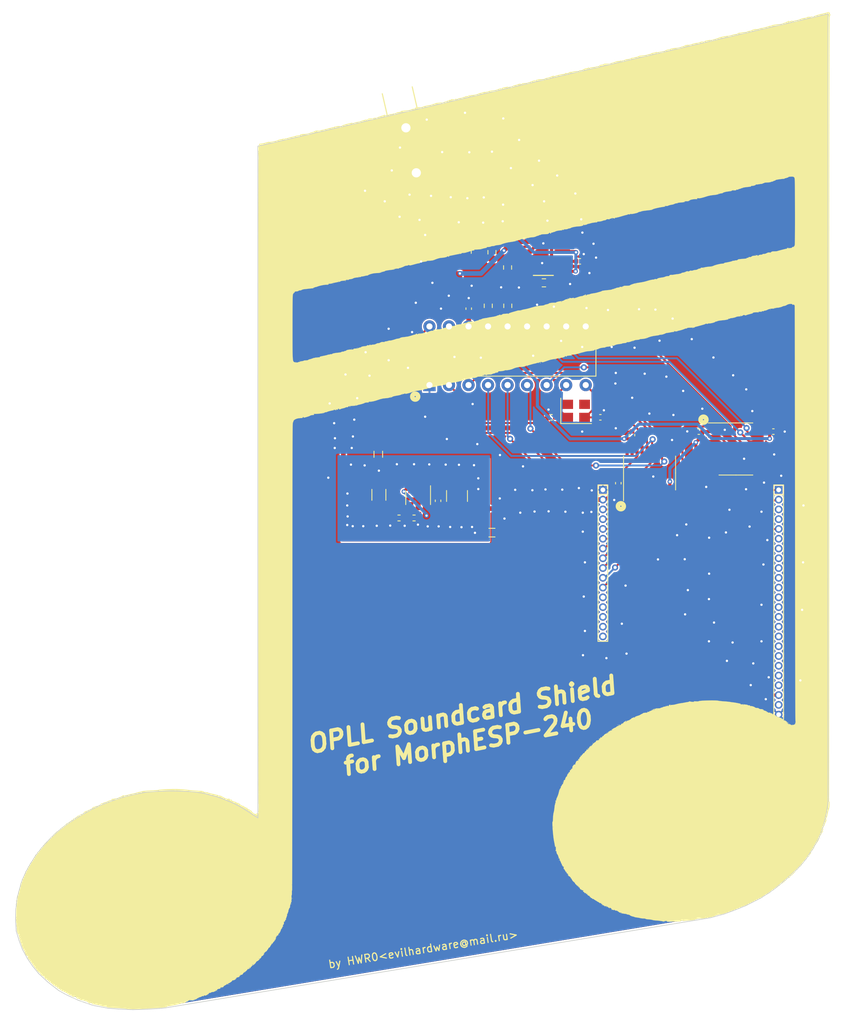
<source format=kicad_pcb>
(kicad_pcb (version 20171130) (host pcbnew "(5.1.8)-1")
  (layers (0 F.Cu signal) (31 B.Cu signal) (34 B.Paste user) (35 F.Paste user) (36 B.SilkS user) (37 F.SilkS user) (38 B.Mask user) (39 F.Mask user) (44 Edge.Cuts user))
  (net 0 "")
  (net 1 GND)
  (net 2 +3V3)
  (net 3 "Net-(C2-Pad1)")
  (net 4 "Net-(C3-Pad1)")
  (net 5 +5V)
  (net 6 "Net-(C5-Pad1)")
  (net 7 "Net-(C7-Pad1)")
  (net 8 "Net-(C8-Pad2)")
  (net 9 "Net-(C8-Pad1)")
  (net 10 "Net-(C9-Pad2)")
  (net 11 "Net-(C9-Pad1)")
  (net 12 "Net-(L1-Pad2)")
  (net 13 ~IC)
  (net 14 ~LIC)
  (net 15 /D7)
  (net 16 LD7)
  (net 17 A0)
  (net 18 LA0)
  (net 19 ~CS)
  (net 20 ~LCS)
  (net 21 /D6)
  (net 22 LD6)
  (net 23 ~WE)
  (net 24 ~LWE)
  (net 25 /D5)
  (net 26 LD5)
  (net 27 /D4)
  (net 28 LD4)
  (net 29 /D0)
  (net 30 LD0)
  (net 31 /D3)
  (net 32 LD3)
  (net 33 /D1)
  (net 34 LD1)
  (net 35 /D2)
  (net 36 LD2)
  (net 37 "Net-(R11-Pad2)")
  (net 38 "Net-(R17-Pad2)")
  (net 39 "Net-(R17-Pad1)")
  (net 40 "Net-(R18-Pad2)")
  (net 41 "Net-(R19-Pad1)")
  (net 42 "Net-(R23-Pad1)")
  (net 43 "Net-(U4-Pad1)")
  (net 44 GNDA)
  (module mesp240_opll:note_slk (layer F.Cu) (at 217.1192 92.4306)
    (fp_text reference G*** hide)
    (fp_text value LOGO hide)
  )
  (module Inductor_SMD:L_0805_2012Metric (layer F.Cu) (at 211.3534 84.836 90)
    (fp_text reference L4 hide)
    (fp_text value 1uH)
    (pad 2 smd roundrect (at 1.0625 0 90) (size 0.875 1.2) (layers F.Cu F.Paste F.Mask) (net 1 GND))
    (pad 1 smd roundrect (at -1.0625 0 90) (size 0.875 1.2) (layers F.Cu F.Paste F.Mask) (net 44 GNDA))
  )
  (module Inductor_SMD:L_0805_2012Metric (layer F.Cu) (at 226.1319 95.0214)
    (fp_text reference L3 hide)
    (fp_text value 1uH)
    (pad 2 smd roundrect (at 1.0625 0) (size 0.875 1.2) (layers F.Cu F.Paste F.Mask) (net 1 GND))
    (pad 1 smd roundrect (at -1.0625 0) (size 0.875 1.2) (layers F.Cu F.Paste F.Mask) (net 44 GNDA))
  )
  (module hwreverse:morphesp240 (layer F.Cu) (at 260.883 122.481)
    (fp_text reference U1 hide)
    (fp_text value MorphESP-240)
    (pad 24R thru_hole circle (at 2.54 -3.81) (size 1 1) (drill 0.62) (layers *.Cu *.Mask) (net 1 GND))
    (pad 23R thru_hole circle (at 2.54 -5.08) (size 1 1) (drill 0.62) (layers *.Cu *.Mask))
    (pad 22R thru_hole circle (at 2.54 -6.35) (size 1 1) (drill 0.62) (layers *.Cu *.Mask) (net 2 +3V3))
    (pad 21R thru_hole circle (at 2.54 -7.62) (size 1 1) (drill 0.62) (layers *.Cu *.Mask))
    (pad 20R thru_hole circle (at 2.54 -8.89) (size 1 1) (drill 0.62) (layers *.Cu *.Mask))
    (pad 19R thru_hole circle (at 2.54 -10.16) (size 1 1) (drill 0.62) (layers *.Cu *.Mask))
    (pad 18R thru_hole circle (at 2.54 -11.43) (size 1 1) (drill 0.62) (layers *.Cu *.Mask))
    (pad 17R thru_hole circle (at 2.54 -12.7) (size 1 1) (drill 0.62) (layers *.Cu *.Mask))
    (pad 16R thru_hole circle (at 2.54 -13.97) (size 1 1) (drill 0.62) (layers *.Cu *.Mask))
    (pad 15R thru_hole circle (at 2.54 -15.24) (size 1 1) (drill 0.62) (layers *.Cu *.Mask))
    (pad 14R thru_hole circle (at 2.54 -16.51) (size 1 1) (drill 0.62) (layers *.Cu *.Mask))
    (pad 13R thru_hole circle (at 2.54 -17.78) (size 1 1) (drill 0.62) (layers *.Cu *.Mask))
    (pad 12R thru_hole circle (at 2.54 -19.05) (size 1 1) (drill 0.62) (layers *.Cu *.Mask))
    (pad 11R thru_hole circle (at 2.54 -20.32) (size 1 1) (drill 0.62) (layers *.Cu *.Mask))
    (pad 10R thru_hole circle (at 2.54 -21.59) (size 1 1) (drill 0.62) (layers *.Cu *.Mask))
    (pad 9R thru_hole circle (at 2.54 -22.86) (size 1 1) (drill 0.62) (layers *.Cu *.Mask))
    (pad 8R thru_hole circle (at 2.54 -24.13) (size 1 1) (drill 0.62) (layers *.Cu *.Mask))
    (pad 7R thru_hole circle (at 2.54 -25.4) (size 1 1) (drill 0.62) (layers *.Cu *.Mask))
    (pad 6R thru_hole circle (at 2.54 -26.67) (size 1 1) (drill 0.62) (layers *.Cu *.Mask))
    (pad 5R thru_hole circle (at 2.54 -27.94) (size 1 1) (drill 0.62) (layers *.Cu *.Mask) (net 24 ~LWE))
    (pad 4R thru_hole circle (at 2.54 -29.21) (size 1 1) (drill 0.62) (layers *.Cu *.Mask))
    (pad 3R thru_hole circle (at 2.54 -30.48) (size 1 1) (drill 0.62) (layers *.Cu *.Mask))
    (pad 2R thru_hole circle (at 2.54 -31.75) (size 1 1) (drill 0.62) (layers *.Cu *.Mask) (net 14 ~LIC))
    (pad 1R thru_hole rect (at 2.54 -33.02) (size 1 1) (drill 0.62) (layers *.Cu *.Mask) (net 20 ~LCS))
    (pad 16L thru_hole circle (at -20.32 -13.97) (size 1 1) (drill 0.62) (layers *.Cu *.Mask))
    (pad 15L thru_hole circle (at -20.32 -15.24) (size 1 1) (drill 0.62) (layers *.Cu *.Mask))
    (pad 14L thru_hole circle (at -20.32 -16.51) (size 1 1) (drill 0.62) (layers *.Cu *.Mask))
    (pad 13L thru_hole circle (at -20.32 -17.78) (size 1 1) (drill 0.62) (layers *.Cu *.Mask))
    (pad 12L thru_hole circle (at -20.32 -19.05) (size 1 1) (drill 0.62) (layers *.Cu *.Mask))
    (pad 11L thru_hole circle (at -20.32 -20.32) (size 1 1) (drill 0.62) (layers *.Cu *.Mask) (net 18 LA0))
    (pad 10L thru_hole circle (at -20.32 -21.59) (size 1 1) (drill 0.62) (layers *.Cu *.Mask) (net 16 LD7))
    (pad 9L thru_hole circle (at -20.32 -22.86) (size 1 1) (drill 0.62) (layers *.Cu *.Mask) (net 22 LD6))
    (pad 8L thru_hole circle (at -20.32 -24.13) (size 1 1) (drill 0.62) (layers *.Cu *.Mask) (net 26 LD5))
    (pad 7L thru_hole circle (at -20.32 -25.4) (size 1 1) (drill 0.62) (layers *.Cu *.Mask) (net 28 LD4))
    (pad 6L thru_hole circle (at -20.32 -26.67) (size 1 1) (drill 0.62) (layers *.Cu *.Mask) (net 32 LD3))
    (pad 5L thru_hole circle (at -20.32 -27.94) (size 1 1) (drill 0.62) (layers *.Cu *.Mask) (net 36 LD2))
    (pad 4L thru_hole circle (at -20.32 -29.21) (size 1 1) (drill 0.62) (layers *.Cu *.Mask) (net 34 LD1))
    (pad 3L thru_hole circle (at -20.32 -30.48) (size 1 1) (drill 0.62) (layers *.Cu *.Mask) (net 30 LD0))
    (pad 2L thru_hole circle (at -20.32 -31.75) (size 1 1) (drill 0.62) (layers *.Cu *.Mask) (net 2 +3V3))
    (pad 1L thru_hole rect (at -20.32 -33.02) (size 1 1) (drill 0.62) (layers *.Cu *.Mask) (net 1 GND))
  )
  (module Package_SO:TSSOP-20_4.4x6.5mm_P0.65mm (layer F.Cu) (at 246.634 87.2744 90)
    (fp_text reference U6 hide)
    (fp_text value ADG3300)
    (pad 20 smd roundrect (at 2.8625 -2.925 90) (size 1.475 0.4) (layers F.Cu F.Paste F.Mask) (net 29 /D0))
    (pad 19 smd roundrect (at 2.8625 -2.275 90) (size 1.475 0.4) (layers F.Cu F.Paste F.Mask) (net 5 +5V))
    (pad 18 smd roundrect (at 2.8625 -1.625 90) (size 1.475 0.4) (layers F.Cu F.Paste F.Mask) (net 33 /D1))
    (pad 17 smd roundrect (at 2.8625 -0.975 90) (size 1.475 0.4) (layers F.Cu F.Paste F.Mask) (net 35 /D2))
    (pad 16 smd roundrect (at 2.8625 -0.325 90) (size 1.475 0.4) (layers F.Cu F.Paste F.Mask) (net 31 /D3))
    (pad 15 smd roundrect (at 2.8625 0.325 90) (size 1.475 0.4) (layers F.Cu F.Paste F.Mask) (net 27 /D4))
    (pad 14 smd roundrect (at 2.8625 0.975 90) (size 1.475 0.4) (layers F.Cu F.Paste F.Mask) (net 25 /D5))
    (pad 13 smd roundrect (at 2.8625 1.625 90) (size 1.475 0.4) (layers F.Cu F.Paste F.Mask) (net 21 /D6))
    (pad 12 smd roundrect (at 2.8625 2.275 90) (size 1.475 0.4) (layers F.Cu F.Paste F.Mask) (net 15 /D7))
    (pad 11 smd roundrect (at 2.8625 2.925 90) (size 1.475 0.4) (layers F.Cu F.Paste F.Mask) (net 1 GND))
    (pad 10 smd roundrect (at -2.8625 2.925 90) (size 1.475 0.4) (layers F.Cu F.Paste F.Mask) (net 2 +3V3))
    (pad 9 smd roundrect (at -2.8625 2.275 90) (size 1.475 0.4) (layers F.Cu F.Paste F.Mask) (net 16 LD7))
    (pad 8 smd roundrect (at -2.8625 1.625 90) (size 1.475 0.4) (layers F.Cu F.Paste F.Mask) (net 22 LD6))
    (pad 7 smd roundrect (at -2.8625 0.975 90) (size 1.475 0.4) (layers F.Cu F.Paste F.Mask) (net 26 LD5))
    (pad 6 smd roundrect (at -2.8625 0.325 90) (size 1.475 0.4) (layers F.Cu F.Paste F.Mask) (net 28 LD4))
    (pad 5 smd roundrect (at -2.8625 -0.325 90) (size 1.475 0.4) (layers F.Cu F.Paste F.Mask) (net 32 LD3))
    (pad 4 smd roundrect (at -2.8625 -0.975 90) (size 1.475 0.4) (layers F.Cu F.Paste F.Mask) (net 36 LD2))
    (pad 3 smd roundrect (at -2.8625 -1.625 90) (size 1.475 0.4) (layers F.Cu F.Paste F.Mask) (net 34 LD1))
    (pad 2 smd roundrect (at -2.8625 -2.275 90) (size 1.475 0.4) (layers F.Cu F.Paste F.Mask) (net 2 +3V3))
    (pad 1 smd roundrect (at -2.8625 -2.925 90) (size 1.475 0.4) (layers F.Cu F.Paste F.Mask) (net 30 LD0))
  )
  (module Package_SO:TSSOP-20_4.4x6.5mm_P0.65mm (layer F.Cu) (at 257.861 84.1502)
    (fp_text reference U5 hide)
    (fp_text value ADG3300)
    (pad 20 smd roundrect (at 2.8625 -2.925) (size 1.475 0.4) (layers F.Cu F.Paste F.Mask) (net 17 A0))
    (pad 19 smd roundrect (at 2.8625 -2.275) (size 1.475 0.4) (layers F.Cu F.Paste F.Mask) (net 5 +5V))
    (pad 18 smd roundrect (at 2.8625 -1.625) (size 1.475 0.4) (layers F.Cu F.Paste F.Mask) (net 19 ~CS))
    (pad 17 smd roundrect (at 2.8625 -0.975) (size 1.475 0.4) (layers F.Cu F.Paste F.Mask) (net 13 ~IC))
    (pad 16 smd roundrect (at 2.8625 -0.325) (size 1.475 0.4) (layers F.Cu F.Paste F.Mask) (net 23 ~WE))
    (pad 15 smd roundrect (at 2.8625 0.325) (size 1.475 0.4) (layers F.Cu F.Paste F.Mask))
    (pad 14 smd roundrect (at 2.8625 0.975) (size 1.475 0.4) (layers F.Cu F.Paste F.Mask))
    (pad 13 smd roundrect (at 2.8625 1.625) (size 1.475 0.4) (layers F.Cu F.Paste F.Mask))
    (pad 12 smd roundrect (at 2.8625 2.275) (size 1.475 0.4) (layers F.Cu F.Paste F.Mask))
    (pad 11 smd roundrect (at 2.8625 2.925) (size 1.475 0.4) (layers F.Cu F.Paste F.Mask) (net 1 GND))
    (pad 10 smd roundrect (at -2.8625 2.925) (size 1.475 0.4) (layers F.Cu F.Paste F.Mask))
    (pad 9 smd roundrect (at -2.8625 2.275) (size 1.475 0.4) (layers F.Cu F.Paste F.Mask))
    (pad 8 smd roundrect (at -2.8625 1.625) (size 1.475 0.4) (layers F.Cu F.Paste F.Mask))
    (pad 7 smd roundrect (at -2.8625 0.975) (size 1.475 0.4) (layers F.Cu F.Paste F.Mask))
    (pad 6 smd roundrect (at -2.8625 0.325) (size 1.475 0.4) (layers F.Cu F.Paste F.Mask))
    (pad 5 smd roundrect (at -2.8625 -0.325) (size 1.475 0.4) (layers F.Cu F.Paste F.Mask) (net 24 ~LWE))
    (pad 4 smd roundrect (at -2.8625 -0.975) (size 1.475 0.4) (layers F.Cu F.Paste F.Mask) (net 14 ~LIC))
    (pad 3 smd roundrect (at -2.8625 -1.625) (size 1.475 0.4) (layers F.Cu F.Paste F.Mask) (net 20 ~LCS))
    (pad 2 smd roundrect (at -2.8625 -2.275) (size 1.475 0.4) (layers F.Cu F.Paste F.Mask) (net 2 +3V3))
    (pad 1 smd roundrect (at -2.8625 -2.925) (size 1.475 0.4) (layers F.Cu F.Paste F.Mask) (net 18 LA0))
  )
  (module Capacitor_SMD:C_0402_1005Metric (layer F.Cu) (at 244.348 82.3494 270)
    (fp_text reference C13 hide)
    (fp_text value 100nF)
    (pad 2 smd roundrect (at 0.48 0 270) (size 0.56 0.62) (layers F.Cu F.Paste F.Mask) (net 5 +5V))
    (pad 1 smd roundrect (at -0.48 0 270) (size 0.56 0.62) (layers F.Cu F.Paste F.Mask) (net 1 GND))
  )
  (module Capacitor_SMD:C_0402_1005Metric (layer F.Cu) (at 262.735 81.8896 180)
    (fp_text reference C12 hide)
    (fp_text value 100nF)
    (pad 2 smd roundrect (at 0.48 0 180) (size 0.56 0.62) (layers F.Cu F.Paste F.Mask) (net 5 +5V))
    (pad 1 smd roundrect (at -0.48 0 180) (size 0.56 0.62) (layers F.Cu F.Paste F.Mask) (net 1 GND))
  )
  (module Capacitor_SMD:C_0402_1005Metric (layer F.Cu) (at 242.57 88.5952 270)
    (fp_text reference C11 hide)
    (fp_text value 100nF)
    (pad 2 smd roundrect (at 0.48 0 270) (size 0.56 0.62) (layers F.Cu F.Paste F.Mask) (net 2 +3V3))
    (pad 1 smd roundrect (at -0.48 0 270) (size 0.56 0.62) (layers F.Cu F.Paste F.Mask) (net 1 GND))
  )
  (module Capacitor_SMD:C_0402_1005Metric (layer F.Cu) (at 253.037 81.8896)
    (fp_text reference C10 hide)
    (fp_text value 100nF)
    (pad 2 smd roundrect (at 0.48 0) (size 0.56 0.62) (layers F.Cu F.Paste F.Mask) (net 2 +3V3))
    (pad 1 smd roundrect (at -0.48 0) (size 0.56 0.62) (layers F.Cu F.Paste F.Mask) (net 1 GND))
  )
  (module Crystal:Crystal_SMD_3225-4Pin_3.2x2.5mm (layer F.Cu) (at 237.0836 79.1972)
    (fp_text reference Y1 hide)
    (fp_text value 3.57MHz)
    (pad 4 smd rect (at -1.1 -0.85) (size 1.4 1.2) (layers F.Cu F.Paste F.Mask))
    (pad 3 smd rect (at 1.1 -0.85) (size 1.4 1.2) (layers F.Cu F.Paste F.Mask))
    (pad 2 smd rect (at 1.1 0.85) (size 1.4 1.2) (layers F.Cu F.Paste F.Mask) (net 4 "Net-(C3-Pad1)"))
    (pad 1 smd rect (at -1.1 0.85) (size 1.4 1.2) (layers F.Cu F.Paste F.Mask) (net 3 "Net-(C2-Pad1)"))
  )
  (module hwreverse:SOIC127P600X175-14N (layer F.Cu) (at 232.817 57.2262)
    (fp_text reference U4 hide)
    (fp_text value LMC660)
    (pad 14 smd rect (at 2.4638 -3.81) (size 1.9812 0.5588) (layers F.Cu F.Paste F.Mask) (net 8 "Net-(C8-Pad2)"))
    (pad 13 smd rect (at 2.4638 -2.54) (size 1.9812 0.5588) (layers F.Cu F.Paste F.Mask) (net 8 "Net-(C8-Pad2)"))
    (pad 12 smd rect (at 2.4638 -1.27) (size 1.9812 0.5588) (layers F.Cu F.Paste F.Mask) (net 7 "Net-(C7-Pad1)"))
    (pad 11 smd rect (at 2.4638 0) (size 1.9812 0.5588) (layers F.Cu F.Paste F.Mask) (net 1 GND))
    (pad 10 smd rect (at 2.4638 1.27) (size 1.9812 0.5588) (layers F.Cu F.Paste F.Mask) (net 10 "Net-(C9-Pad2)"))
    (pad 9 smd rect (at 2.4638 2.54) (size 1.9812 0.5588) (layers F.Cu F.Paste F.Mask) (net 7 "Net-(C7-Pad1)"))
    (pad 8 smd rect (at 2.4638 3.81) (size 1.9812 0.5588) (layers F.Cu F.Paste F.Mask) (net 10 "Net-(C9-Pad2)"))
    (pad 7 smd rect (at -2.4638 3.81) (size 1.9812 0.5588) (layers F.Cu F.Paste F.Mask) (net 42 "Net-(R23-Pad1)"))
    (pad 6 smd rect (at -2.4638 2.54) (size 1.9812 0.5588) (layers F.Cu F.Paste F.Mask) (net 39 "Net-(R17-Pad1)"))
    (pad 5 smd rect (at -2.4638 1.27) (size 1.9812 0.5588) (layers F.Cu F.Paste F.Mask) (net 43 "Net-(U4-Pad1)"))
    (pad 4 smd rect (at -2.4638 0) (size 1.9812 0.5588) (layers F.Cu F.Paste F.Mask) (net 5 +5V))
    (pad 3 smd rect (at -2.4638 -1.27) (size 1.9812 0.5588) (layers F.Cu F.Paste F.Mask) (net 41 "Net-(R19-Pad1)"))
    (pad 2 smd rect (at -2.4638 -2.54) (size 1.9812 0.5588) (layers F.Cu F.Paste F.Mask) (net 43 "Net-(U4-Pad1)"))
    (pad 1 smd rect (at -2.4638 -3.81) (size 1.9812 0.5588) (layers F.Cu F.Paste F.Mask) (net 43 "Net-(U4-Pad1)"))
  )
  (module Package_DIP:DIP-18_W7.62mm (layer F.Cu) (at 218.008 75.8444 90)
    (fp_text reference U3 hide)
    (fp_text value YM2413B)
    (pad 18 thru_hole oval (at 7.62 0 90) (size 1.6 1.6) (drill 0.8) (layers *.Cu *.Mask) (net 33 /D1))
    (pad 9 thru_hole oval (at 0 20.32 90) (size 1.6 1.6) (drill 0.8) (layers *.Cu *.Mask) (net 4 "Net-(C3-Pad1)"))
    (pad 17 thru_hole oval (at 7.62 2.54 90) (size 1.6 1.6) (drill 0.8) (layers *.Cu *.Mask) (net 29 /D0))
    (pad 8 thru_hole oval (at 0 17.78 90) (size 1.6 1.6) (drill 0.8) (layers *.Cu *.Mask) (net 3 "Net-(C2-Pad1)"))
    (pad 16 thru_hole oval (at 7.62 5.08 90) (size 1.6 1.6) (drill 0.8) (layers *.Cu *.Mask) (net 5 +5V))
    (pad 7 thru_hole oval (at 0 15.24 90) (size 1.6 1.6) (drill 0.8) (layers *.Cu *.Mask) (net 15 /D7))
    (pad 15 thru_hole oval (at 7.62 7.62 90) (size 1.6 1.6) (drill 0.8) (layers *.Cu *.Mask) (net 38 "Net-(R17-Pad2)"))
    (pad 6 thru_hole oval (at 0 12.7 90) (size 1.6 1.6) (drill 0.8) (layers *.Cu *.Mask) (net 21 /D6))
    (pad 14 thru_hole oval (at 7.62 10.16 90) (size 1.6 1.6) (drill 0.8) (layers *.Cu *.Mask) (net 40 "Net-(R18-Pad2)"))
    (pad 5 thru_hole oval (at 0 10.16 90) (size 1.6 1.6) (drill 0.8) (layers *.Cu *.Mask) (net 25 /D5))
    (pad 13 thru_hole oval (at 7.62 12.7 90) (size 1.6 1.6) (drill 0.8) (layers *.Cu *.Mask) (net 13 ~IC))
    (pad 4 thru_hole oval (at 0 7.62 90) (size 1.6 1.6) (drill 0.8) (layers *.Cu *.Mask) (net 27 /D4))
    (pad 12 thru_hole oval (at 7.62 15.24 90) (size 1.6 1.6) (drill 0.8) (layers *.Cu *.Mask) (net 19 ~CS))
    (pad 3 thru_hole oval (at 0 5.08 90) (size 1.6 1.6) (drill 0.8) (layers *.Cu *.Mask) (net 31 /D3))
    (pad 11 thru_hole oval (at 7.62 17.78 90) (size 1.6 1.6) (drill 0.8) (layers *.Cu *.Mask) (net 23 ~WE))
    (pad 2 thru_hole oval (at 0 2.54 90) (size 1.6 1.6) (drill 0.8) (layers *.Cu *.Mask) (net 35 /D2))
    (pad 10 thru_hole oval (at 7.62 20.32 90) (size 1.6 1.6) (drill 0.8) (layers *.Cu *.Mask) (net 17 A0))
    (pad 1 thru_hole rect (at 0 0 90) (size 1.6 1.6) (drill 0.8) (layers *.Cu *.Mask) (net 1 GND))
  )
  (module Package_TO_SOT_SMD:SOT-23-6 (layer F.Cu) (at 216.5346 90.4748 270)
    (fp_text reference U2 hide)
    (fp_text value MCP1640CH)
    (pad 5 smd rect (at 1.1 0 270) (size 1.06 0.65) (layers F.Cu F.Paste F.Mask) (net 5 +5V))
    (pad 6 smd rect (at 1.1 -0.95 270) (size 1.06 0.65) (layers F.Cu F.Paste F.Mask) (net 2 +3V3))
    (pad 4 smd rect (at 1.1 0.95 270) (size 1.06 0.65) (layers F.Cu F.Paste F.Mask) (net 37 "Net-(R11-Pad2)"))
    (pad 3 smd rect (at -1.1 0.95 270) (size 1.06 0.65) (layers F.Cu F.Paste F.Mask) (net 2 +3V3))
    (pad 2 smd rect (at -1.1 0 270) (size 1.06 0.65) (layers F.Cu F.Paste F.Mask) (net 44 GNDA))
    (pad 1 smd rect (at -1.1 -0.95 270) (size 1.06 0.65) (layers F.Cu F.Paste F.Mask) (net 12 "Net-(L1-Pad2)"))
  )
  (module Resistor_SMD:R_0603_1608Metric (layer F.Cu) (at 232.893 62.5602 180)
    (fp_text reference R26 hide)
    (fp_text value 4.7K)
    (pad 2 smd roundrect (at 0.825 0 180) (size 0.8 0.95) (layers F.Cu F.Paste F.Mask) (net 42 "Net-(R23-Pad1)"))
    (pad 1 smd roundrect (at -0.825 0 180) (size 0.8 0.95) (layers F.Cu F.Paste F.Mask) (net 7 "Net-(C7-Pad1)"))
  )
  (module Resistor_SMD:R_0603_1608Metric (layer F.Cu) (at 228.168 60.5658 90)
    (fp_text reference R23 hide)
    (fp_text value 2.2K)
    (pad 2 smd roundrect (at 0.825 0 90) (size 0.8 0.95) (layers F.Cu F.Paste F.Mask) (net 39 "Net-(R17-Pad1)"))
    (pad 1 smd roundrect (at -0.825 0 90) (size 0.8 0.95) (layers F.Cu F.Paste F.Mask) (net 42 "Net-(R23-Pad1)"))
  )
  (module Resistor_SMD:R_0603_1608Metric (layer F.Cu) (at 226.136 58.5846 90)
    (fp_text reference R20 hide)
    (fp_text value 4.7K)
    (pad 2 smd roundrect (at 0.825 0 90) (size 0.8 0.95) (layers F.Cu F.Paste F.Mask) (net 41 "Net-(R19-Pad1)"))
    (pad 1 smd roundrect (at -0.825 0 90) (size 0.8 0.95) (layers F.Cu F.Paste F.Mask) (net 1 GND))
  )
  (module Resistor_SMD:R_0603_1608Metric (layer F.Cu) (at 225.31 56.261 180)
    (fp_text reference R19 hide)
    (fp_text value 10K)
    (pad 2 smd roundrect (at 0.825 0 180) (size 0.8 0.95) (layers F.Cu F.Paste F.Mask) (net 6 "Net-(C5-Pad1)"))
    (pad 1 smd roundrect (at -0.825 0 180) (size 0.8 0.95) (layers F.Cu F.Paste F.Mask) (net 41 "Net-(R19-Pad1)"))
  )
  (module Resistor_SMD:R_0603_1608Metric (layer F.Cu) (at 228.194 65.5452 270)
    (fp_text reference R18 hide)
    (fp_text value 2.2K)
    (pad 2 smd roundrect (at 0.825 0 270) (size 0.8 0.95) (layers F.Cu F.Paste F.Mask) (net 40 "Net-(R18-Pad2)"))
    (pad 1 smd roundrect (at -0.825 0 270) (size 0.8 0.95) (layers F.Cu F.Paste F.Mask) (net 39 "Net-(R17-Pad1)"))
  )
  (module Resistor_SMD:R_0603_1608Metric (layer F.Cu) (at 225.654 65.5452 270)
    (fp_text reference R17 hide)
    (fp_text value 2.2K)
    (pad 2 smd roundrect (at 0.825 0 270) (size 0.8 0.95) (layers F.Cu F.Paste F.Mask) (net 38 "Net-(R17-Pad2)"))
    (pad 1 smd roundrect (at -0.825 0 270) (size 0.8 0.95) (layers F.Cu F.Paste F.Mask) (net 39 "Net-(R17-Pad1)"))
  )
  (module Resistor_SMD:R_0402_1005Metric (layer F.Cu) (at 216.0036 93.1164)
    (fp_text reference R12 hide)
    (fp_text value 309K)
    (pad 2 smd roundrect (at 0.51 0) (size 0.54 0.64) (layers F.Cu F.Paste F.Mask) (net 44 GNDA))
    (pad 1 smd roundrect (at -0.51 0) (size 0.54 0.64) (layers F.Cu F.Paste F.Mask) (net 37 "Net-(R11-Pad2)"))
  )
  (module Resistor_SMD:R_0402_1005Metric (layer F.Cu) (at 214.0478 93.1164)
    (fp_text reference R11 hide)
    (fp_text value 976K)
    (pad 2 smd roundrect (at 0.51 0) (size 0.54 0.64) (layers F.Cu F.Paste F.Mask) (net 37 "Net-(R11-Pad2)"))
    (pad 1 smd roundrect (at -0.51 0) (size 0.54 0.64) (layers F.Cu F.Paste F.Mask) (net 5 +5V))
  )
  (module Capacitor_SMD:C_1210_3225Metric_Pad1.33x2.70mm_HandSolder (layer F.Cu) (at 219.583 58.0644 90)
    (fp_text reference L2 hide)
    (fp_text value 4.7uH)
    (pad 2 smd roundrect (at 1.5625 0 90) (size 1.325 2.7) (layers F.Cu F.Paste F.Mask) (roundrect_rratio 0.1886784905660377) (net 6 "Net-(C5-Pad1)"))
    (pad 1 smd roundrect (at -1.5625 0 90) (size 1.325 2.7) (layers F.Cu F.Paste F.Mask) (roundrect_rratio 0.1886784905660377) (net 5 +5V))
  )
  (module Capacitor_SMD:C_1210_3225Metric_Pad1.33x2.70mm_HandSolder (layer F.Cu) (at 221.5896 90.2585 90)
    (fp_text reference L1 hide)
    (fp_text value 4.7uH)
    (pad 2 smd roundrect (at 1.5625 0 90) (size 1.325 2.7) (layers F.Cu F.Paste F.Mask) (roundrect_rratio 0.1886784905660377) (net 12 "Net-(L1-Pad2)"))
    (pad 1 smd roundrect (at -1.5625 0 90) (size 1.325 2.7) (layers F.Cu F.Paste F.Mask) (roundrect_rratio 0.1886784905660377) (net 2 +3V3))
  )
  (module hwreverse:BOOMELE_PJ-320B (layer F.Cu) (at 215.621 45.339 283)
    (fp_text reference J1 hide)
    (fp_text value AudioJack3)
    (pad T smd rect (at 4 3 283) (size 1.5 4) (layers F.Cu F.Paste F.Mask) (net 11 "Net-(C9-Pad1)"))
    (pad R smd rect (at -1 -3 283) (size 1.5 4) (layers F.Cu F.Paste F.Mask) (net 9 "Net-(C8-Pad1)"))
    (pad S smd rect (at -3 3.25 283) (size 1.5 4) (layers F.Cu F.Paste F.Mask) (net 1 GND))
    (pad "" np_thru_hole circle (at 3 0 283) (size 1.2 1.2) (drill 1.2) (layers *.Cu *.Mask))
    (pad "" np_thru_hole circle (at -3 0 283) (size 1.2 1.2) (drill 1.2) (layers *.Cu *.Mask))
  )
  (module Capacitor_SMD:C_0805_2012Metric_Pad1.18x1.45mm_HandSolder (layer F.Cu) (at 219.376 53.1112)
    (fp_text reference C9 hide)
    (fp_text value 10uF)
    (pad 2 smd roundrect (at 1.0375 0) (size 1.175 1.45) (layers F.Cu F.Paste F.Mask) (roundrect_rratio 0.2127659574468085) (net 10 "Net-(C9-Pad2)"))
    (pad 1 smd roundrect (at -1.0375 0) (size 1.175 1.45) (layers F.Cu F.Paste F.Mask) (roundrect_rratio 0.2127659574468085) (net 11 "Net-(C9-Pad1)"))
  )
  (module Capacitor_SMD:C_0805_2012Metric_Pad1.18x1.45mm_HandSolder (layer F.Cu) (at 223.11 42.9006)
    (fp_text reference C8 hide)
    (fp_text value 10uF)
    (pad 2 smd roundrect (at 1.0375 0) (size 1.175 1.45) (layers F.Cu F.Paste F.Mask) (roundrect_rratio 0.2127659574468085) (net 8 "Net-(C8-Pad2)"))
    (pad 1 smd roundrect (at -1.0375 0) (size 1.175 1.45) (layers F.Cu F.Paste F.Mask) (roundrect_rratio 0.2127659574468085) (net 9 "Net-(C8-Pad1)"))
  )
  (module Capacitor_SMD:C_0402_1005Metric (layer F.Cu) (at 237.5662 59.7662)
    (fp_text reference C7 hide)
    (fp_text value 15nF)
    (pad 2 smd roundrect (at 0.48 0) (size 0.56 0.62) (layers F.Cu F.Paste F.Mask) (net 1 GND))
    (pad 1 smd roundrect (at -0.48 0) (size 0.56 0.62) (layers F.Cu F.Paste F.Mask) (net 7 "Net-(C7-Pad1)"))
  )
  (module Capacitor_SMD:C_0402_1005Metric (layer F.Cu) (at 223.114 65.9156 270)
    (fp_text reference C6 hide)
    (fp_text value 100nF)
    (pad 2 smd roundrect (at 0.48 0 270) (size 0.56 0.62) (layers F.Cu F.Paste F.Mask) (net 5 +5V))
    (pad 1 smd roundrect (at -0.48 0 270) (size 0.56 0.62) (layers F.Cu F.Paste F.Mask) (net 1 GND))
  )
  (module Capacitor_SMD:C_1206_3216Metric_Pad1.33x1.80mm_HandSolder (layer F.Cu) (at 222.53 58.0259 270)
    (fp_text reference C5 hide)
    (fp_text value 47uF)
    (pad 2 smd roundrect (at 1.5625 0 270) (size 1.325 1.8) (layers F.Cu F.Paste F.Mask) (roundrect_rratio 0.1886784905660377) (net 1 GND))
    (pad 1 smd roundrect (at -1.5625 0 270) (size 1.325 1.8) (layers F.Cu F.Paste F.Mask) (roundrect_rratio 0.1886784905660377) (net 6 "Net-(C5-Pad1)"))
  )
  (module Capacitor_SMD:C_1206_3216Metric_Pad1.33x1.80mm_HandSolder (layer F.Cu) (at 211.4296 90.1061 90)
    (fp_text reference C4 hide)
    (fp_text value 47uF)
    (pad 2 smd roundrect (at 1.5625 0 90) (size 1.325 1.8) (layers F.Cu F.Paste F.Mask) (roundrect_rratio 0.1886784905660377) (net 44 GNDA))
    (pad 1 smd roundrect (at -1.5625 0 90) (size 1.325 1.8) (layers F.Cu F.Paste F.Mask) (roundrect_rratio 0.1886784905660377) (net 5 +5V))
  )
  (module Capacitor_SMD:C_0402_1005Metric (layer F.Cu) (at 240.2332 80.0354)
    (fp_text reference C3 hide)
    (fp_text value 15pF)
    (pad 2 smd roundrect (at 0.48 0) (size 0.56 0.62) (layers F.Cu F.Paste F.Mask) (net 1 GND))
    (pad 1 smd roundrect (at -0.48 0) (size 0.56 0.62) (layers F.Cu F.Paste F.Mask) (net 4 "Net-(C3-Pad1)"))
  )
  (module Capacitor_SMD:C_0402_1005Metric (layer F.Cu) (at 233.8806 80.0354 180)
    (fp_text reference C2 hide)
    (fp_text value 15pF)
    (pad 2 smd roundrect (at 0.48 0 180) (size 0.56 0.62) (layers F.Cu F.Paste F.Mask) (net 1 GND))
    (pad 1 smd roundrect (at -0.48 0 180) (size 0.56 0.62) (layers F.Cu F.Paste F.Mask) (net 3 "Net-(C2-Pad1)"))
  )
  (module Capacitor_SMD:C_0402_1005Metric (layer F.Cu) (at 219.1256 90.8838 90)
    (fp_text reference C1 hide)
    (fp_text value 4.7uF)
    (pad 2 smd roundrect (at 0.48 0 90) (size 0.56 0.62) (layers F.Cu F.Paste F.Mask) (net 44 GNDA))
    (pad 1 smd roundrect (at -0.48 0 90) (size 0.56 0.62) (layers F.Cu F.Paste F.Mask) (net 2 +3V3))
  )
  (gr_text "by HWR0<evilhardware@mail.ru>" (at 217.1954 149.1742 9.1) (layer F.SilkS) (effects (font (size 1 1))))
  (gr_text "OPLL Soundcard Shield\nfor MorphESP-240" (at 222.5802 120.4976 11.1) (layer F.SilkS) (effects (font (size 2.3 2.3) (thickness 0.5) italic)))
  (gr_circle (center 228.854 52.7304) (end 228.9302 52.7304) (layer F.SilkS) (width 0.6))
  (gr_circle (center 253.6444 80.3402) (end 253.7206 80.3402) (layer F.SilkS) (width 0.6))
  (gr_circle (center 242.9002 91.5924) (end 242.9764 91.5924) (layer F.SilkS) (width 0.6))
  (gr_circle (center 216.154 77.343) (end 216.2302 77.343) (layer F.SilkS) (width 0.6))
  (gr_line (start 269.64132 131.45516) (end 269.84198 130.14452) (layer Edge.Cuts) (width 0.1))
  (gr_line (start 269.37208 132.60832) (end 269.64132 131.45516) (layer Edge.Cuts) (width 0.1))
  (gr_line (start 268.8971 134.10946) (end 269.37208 132.60832) (layer Edge.Cuts) (width 0.1))
  (gr_line (start 268.5415 134.86892) (end 268.8971 134.10946) (layer Edge.Cuts) (width 0.1))
  (gr_line (start 267.86078 136.0932) (end 268.5415 134.86892) (layer Edge.Cuts) (width 0.1))
  (gr_line (start 266.954 137.45464) (end 267.86078 136.0932) (layer Edge.Cuts) (width 0.1))
  (gr_line (start 266.30376 138.2268) (end 266.954 137.45464) (layer Edge.Cuts) (width 0.1))
  (gr_line (start 265.63066 138.9126) (end 266.30376 138.2268) (layer Edge.Cuts) (width 0.1))
  (gr_line (start 264.34034 140.09624) (end 265.63066 138.9126) (layer Edge.Cuts) (width 0.1))
  (gr_line (start 262.9281 141.26464) (end 264.34034 140.09624) (layer Edge.Cuts) (width 0.1))
  (gr_line (start 262.255 141.76248) (end 262.9281 141.26464) (layer Edge.Cuts) (width 0.1))
  (gr_line (start 261.0485 142.52448) (end 262.255 141.76248) (layer Edge.Cuts) (width 0.1))
  (gr_line (start 260.12648 142.9893) (end 261.0485 142.52448) (layer Edge.Cuts) (width 0.1))
  (gr_line (start 259.08508 143.51508) (end 260.12648 142.9893) (layer Edge.Cuts) (width 0.1))
  (gr_line (start 257.77698 144.0434) (end 259.08508 143.51508) (layer Edge.Cuts) (width 0.1))
  (gr_line (start 256.39776 144.55648) (end 257.77698 144.0434) (layer Edge.Cuts) (width 0.1))
  (gr_line (start 254.5461 145.06448) (end 256.39776 144.55648) (layer Edge.Cuts) (width 0.1))
  (gr_line (start 183.6801 156.77388) (end 254.5461 145.06448) (layer Edge.Cuts) (width 0.1))
  (gr_line (start 182.88 156.85262) (end 183.6801 156.77388) (layer Edge.Cuts) (width 0.1))
  (gr_line (start 181.31028 156.94914) (end 182.88 156.85262) (layer Edge.Cuts) (width 0.1))
  (gr_line (start 179.4383 157.00756) (end 181.31028 156.94914) (layer Edge.Cuts) (width 0.1))
  (gr_line (start 177.52822 156.92374) (end 179.4383 157.00756) (layer Edge.Cuts) (width 0.1))
  (gr_line (start 176.19218 156.81706) (end 177.52822 156.92374) (layer Edge.Cuts) (width 0.1))
  (gr_line (start 174.24908 156.45384) (end 176.19218 156.81706) (layer Edge.Cuts) (width 0.1))
  (gr_line (start 172.38218 155.81122) (end 174.24908 156.45384) (layer Edge.Cuts) (width 0.1))
  (gr_line (start 170.75404 155.06446) (end 172.38218 155.81122) (layer Edge.Cuts) (width 0.1))
  (gr_line (start 169.7863 154.5209) (end 170.75404 155.06446) (layer Edge.Cuts) (width 0.1))
  (gr_line (start 168.34612 153.40076) (end 169.7863 154.5209) (layer Edge.Cuts) (width 0.1))
  (gr_line (start 167.17772 152.31364) (end 168.34612 153.40076) (layer Edge.Cuts) (width 0.1))
  (gr_line (start 166.39032 151.34082) (end 167.17772 152.31364) (layer Edge.Cuts) (width 0.1))
  (gr_line (start 165.71976 150.36292) (end 166.39032 151.34082) (layer Edge.Cuts) (width 0.1))
  (gr_line (start 165.06444 149.16404) (end 165.71976 150.36292) (layer Edge.Cuts) (width 0.1))
  (gr_line (start 164.62756 147.99818) (end 165.06444 149.16404) (layer Edge.Cuts) (width 0.1))
  (gr_line (start 164.26434 146.7866) (end 164.62756 147.99818) (layer Edge.Cuts) (width 0.1))
  (gr_line (start 164.17798 145.34388) (end 164.26434 146.7866) (layer Edge.Cuts) (width 0.1))
  (gr_line (start 164.22116 143.91894) (end 164.17798 145.34388) (layer Edge.Cuts) (width 0.1))
  (gr_line (start 164.40912 142.42542) (end 164.22116 143.91894) (layer Edge.Cuts) (width 0.1))
  (gr_line (start 164.72154 141.2367) (end 164.40912 142.42542) (layer Edge.Cuts) (width 0.1))
  (gr_line (start 165.05428 140.14196) (end 164.72154 141.2367) (layer Edge.Cuts) (width 0.1))
  (gr_line (start 165.5445 139.07008) (end 165.05428 140.14196) (layer Edge.Cuts) (width 0.1))
  (gr_line (start 166.14648 138.00074) (end 165.5445 139.07008) (layer Edge.Cuts) (width 0.1))
  (gr_line (start 166.82974 136.94664) (end 166.14648 138.00074) (layer Edge.Cuts) (width 0.1))
  (gr_line (start 167.42918 136.17702) (end 166.82974 136.94664) (layer Edge.Cuts) (width 0.1))
  (gr_line (start 168.02354 135.47852) (end 167.42918 136.17702) (layer Edge.Cuts) (width 0.1))
  (gr_line (start 168.68902 134.78002) (end 168.02354 135.47852) (layer Edge.Cuts) (width 0.1))
  (gr_line (start 169.37228 134.11962) (end 168.68902 134.78002) (layer Edge.Cuts) (width 0.1))
  (gr_line (start 170.05554 133.53542) (end 169.37228 134.11962) (layer Edge.Cuts) (width 0.1))
  (gr_line (start 170.82262 132.95122) (end 170.05554 133.53542) (layer Edge.Cuts) (width 0.1))
  (gr_line (start 171.93006 132.21716) (end 170.82262 132.95122) (layer Edge.Cuts) (width 0.1))
  (gr_line (start 172.9486 131.59994) (end 171.93006 132.21716) (layer Edge.Cuts) (width 0.1))
  (gr_line (start 174.0916 130.9751) (end 172.9486 131.59994) (layer Edge.Cuts) (width 0.1))
  (gr_line (start 175.21682 130.4417) (end 174.0916 130.9751) (layer Edge.Cuts) (width 0.1))
  (gr_line (start 176.25568 130.03784) (end 175.21682 130.4417) (layer Edge.Cuts) (width 0.1))
  (gr_line (start 177.56632 129.57302) (end 176.25568 130.03784) (layer Edge.Cuts) (width 0.1))
  (gr_line (start 178.52136 129.28346) (end 177.56632 129.57302) (layer Edge.Cuts) (width 0.1))
  (gr_line (start 179.71008 129.00914) (end 178.52136 129.28346) (layer Edge.Cuts) (width 0.1))
  (gr_line (start 181.16042 128.74244) (end 179.71008 129.00914) (layer Edge.Cuts) (width 0.1))
  (gr_line (start 182.75808 128.62814) (end 181.16042 128.74244) (layer Edge.Cuts) (width 0.1))
  (gr_line (start 184.13476 128.58242) (end 182.75808 128.62814) (layer Edge.Cuts) (width 0.1))
  (gr_line (start 185.58764 128.60274) (end 184.13476 128.58242) (layer Edge.Cuts) (width 0.1))
  (gr_line (start 186.68238 128.65862) (end 185.58764 128.60274) (layer Edge.Cuts) (width 0.1))
  (gr_line (start 187.45962 128.7145) (end 186.68238 128.65862) (layer Edge.Cuts) (width 0.1))
  (gr_line (start 188.67882 128.89992) (end 187.45962 128.7145) (layer Edge.Cuts) (width 0.1))
  (gr_line (start 189.43574 129.10566) (end 188.67882 128.89992) (layer Edge.Cuts) (width 0.1))
  (gr_line (start 190.2206 129.2987) (end 189.43574 129.10566) (layer Edge.Cuts) (width 0.1))
  (gr_line (start 191.00546 129.5654) (end 190.2206 129.2987) (layer Edge.Cuts) (width 0.1))
  (gr_line (start 191.81318 129.89814) (end 191.00546 129.5654) (layer Edge.Cuts) (width 0.1))
  (gr_line (start 192.4304 130.15722) (end 191.81318 129.89814) (layer Edge.Cuts) (width 0.1))
  (gr_line (start 192.99936 130.43154) (end 192.4304 130.15722) (layer Edge.Cuts) (width 0.1))
  (gr_line (start 193.58102 130.75666) (end 192.99936 130.43154) (layer Edge.Cuts) (width 0.1))
  (gr_line (start 194.35572 131.2291) (end 193.58102 130.75666) (layer Edge.Cuts) (width 0.1))
  (gr_line (start 195.05168 131.6863) (end 194.35572 131.2291) (layer Edge.Cuts) (width 0.1))
  (gr_line (start 195.69176 132.08762) (end 195.05168 131.6863) (layer Edge.Cuts) (width 0.1))
  (gr_line (start 195.69176 44.80052) (end 195.69176 132.08762) (layer Edge.Cuts) (width 0.1))
  (gr_line (start 269.84198 27.60726) (end 269.84198 130.14452) (layer Edge.Cuts) (width 0.1))
  (gr_line (start 195.69176 44.80052) (end 269.84198 27.60726) (layer Edge.Cuts) (width 0.1))
  (via (at 238.0742 58.8264) (size 0.6) (drill 0.3) (layers F.Cu B.Cu) (net 1))
  (segment (start 238.0462 58.8544) (end 238.0742 58.8264) (width 0.4) (layer F.Cu) (net 1))
  (segment (start 238.0462 59.7662) (end 238.0462 58.8544) (width 0.4) (layer F.Cu) (net 1))
  (segment (start 235.2808 57.2262) (end 237.2106 57.2262) (width 0.4) (layer F.Cu) (net 1))
  (segment (start 238.0742 58.0898) (end 238.0742 58.8264) (width 0.4) (layer F.Cu) (net 1))
  (segment (start 237.2106 57.2262) (end 238.0742 58.0898) (width 0.4) (layer F.Cu) (net 1))
  (via (at 240.6904 79.121) (size 0.6) (drill 0.3) (layers F.Cu B.Cu) (net 1))
  (segment (start 240.7132 79.1438) (end 240.6904 79.121) (width 0.4) (layer F.Cu) (net 1))
  (segment (start 240.7132 80.0354) (end 240.7132 79.1438) (width 0.4) (layer F.Cu) (net 1))
  (via (at 264.2108 81.8896) (size 0.6) (drill 0.3) (layers F.Cu B.Cu) (net 1))
  (segment (start 263.215 81.8896) (end 264.2108 81.8896) (width 0.4) (layer F.Cu) (net 1))
  (via (at 233.489182 79.032418) (size 0.6) (drill 0.3) (layers F.Cu B.Cu) (net 1))
  (segment (start 233.4006 80.0354) (end 233.4006 79.121) (width 0.4) (layer F.Cu) (net 1))
  (segment (start 233.4006 79.121) (end 233.489182 79.032418) (width 0.4) (layer F.Cu) (net 1))
  (via (at 223.1136 64.5414) (size 0.6) (drill 0.3) (layers F.Cu B.Cu) (net 1))
  (segment (start 223.114 64.5418) (end 223.1136 64.5414) (width 0.6) (layer F.Cu) (net 1))
  (segment (start 223.114 65.4356) (end 223.114 64.5418) (width 0.6) (layer F.Cu) (net 1))
  (via (at 251.5362 81.8642) (size 0.6) (drill 0.3) (layers F.Cu B.Cu) (net 1))
  (via (at 249.555 82.9818) (size 0.6) (drill 0.3) (layers F.Cu B.Cu) (net 1))
  (segment (start 249.559 82.9858) (end 249.555 82.9818) (width 0.4) (layer F.Cu) (net 1))
  (segment (start 249.559 84.4119) (end 249.559 82.9858) (width 0.4) (layer F.Cu) (net 1))
  (segment (start 251.5616 81.8896) (end 251.5362 81.8642) (width 0.4) (layer F.Cu) (net 1))
  (segment (start 252.557 81.8896) (end 251.5616 81.8896) (width 0.4) (layer F.Cu) (net 1))
  (segment (start 250.4186 82.9818) (end 251.5362 81.8642) (width 0.4) (layer B.Cu) (net 1))
  (segment (start 249.555 82.9818) (end 250.4186 82.9818) (width 0.4) (layer B.Cu) (net 1))
  (via (at 258.9276 85.4202) (size 0.6) (drill 0.3) (layers F.Cu B.Cu) (net 1))
  (via (at 259.9944 79.2226) (size 0.6) (drill 0.3) (layers F.Cu B.Cu) (net 1))
  (via (at 256.5654 94.996) (size 0.6) (drill 0.3) (layers F.Cu B.Cu) (net 1))
  (via (at 247.9294 70.0786) (size 0.6) (drill 0.3) (layers F.Cu B.Cu) (net 1))
  (via (at 256.413 81.661) (size 0.6) (drill 0.3) (layers F.Cu B.Cu) (net 1))
  (via (at 261.1882 92.3036) (size 0.6) (drill 0.3) (layers F.Cu B.Cu) (net 1))
  (via (at 259.1816 89.3826) (size 0.6) (drill 0.3) (layers F.Cu B.Cu) (net 1))
  (via (at 242.0366 90.7796) (size 0.6) (drill 0.3) (layers F.Cu B.Cu) (net 1))
  (via (at 227.1522 90.5764) (size 0.6) (drill 0.3) (layers F.Cu B.Cu) (net 1))
  (via (at 227.7618 93.1926) (size 0.6) (drill 0.3) (layers F.Cu B.Cu) (net 1))
  (via (at 229.8192 92.4306) (size 0.6) (drill 0.3) (layers F.Cu B.Cu) (net 1))
  (via (at 229.1588 89.4588) (size 0.6) (drill 0.3) (layers F.Cu B.Cu) (net 1))
  (via (at 231.394 89.5096) (size 0.6) (drill 0.3) (layers F.Cu B.Cu) (net 1))
  (via (at 231.6734 92.2782) (size 0.6) (drill 0.3) (layers F.Cu B.Cu) (net 1))
  (via (at 233.0958 89.408) (size 0.6) (drill 0.3) (layers F.Cu B.Cu) (net 1))
  (via (at 233.5022 92.2528) (size 0.6) (drill 0.3) (layers F.Cu B.Cu) (net 1))
  (via (at 235.2802 89.4334) (size 0.6) (drill 0.3) (layers F.Cu B.Cu) (net 1))
  (via (at 235.6866 92.3036) (size 0.6) (drill 0.3) (layers F.Cu B.Cu) (net 1))
  (via (at 237.4392 89.2302) (size 0.6) (drill 0.3) (layers F.Cu B.Cu) (net 1))
  (via (at 237.9472 92.4306) (size 0.6) (drill 0.3) (layers F.Cu B.Cu) (net 1))
  (via (at 239.1156 89.535) (size 0.6) (drill 0.3) (layers F.Cu B.Cu) (net 1))
  (via (at 239.0648 92.329) (size 0.6) (drill 0.3) (layers F.Cu B.Cu) (net 1))
  (via (at 205.6892 84.0232) (size 0.6) (drill 0.3) (layers F.Cu B.Cu) (net 1))
  (via (at 207.899 84.0232) (size 0.6) (drill 0.3) (layers F.Cu B.Cu) (net 1))
  (via (at 205.7146 82.7532) (size 0.6) (drill 0.3) (layers F.Cu B.Cu) (net 1))
  (via (at 208.0514 82.5246) (size 0.6) (drill 0.3) (layers F.Cu B.Cu) (net 1))
  (via (at 205.613 80.7974) (size 0.6) (drill 0.3) (layers F.Cu B.Cu) (net 1))
  (via (at 208.2292 80.3402) (size 0.6) (drill 0.3) (layers F.Cu B.Cu) (net 1))
  (via (at 205.0288 78.232) (size 0.6) (drill 0.3) (layers F.Cu B.Cu) (net 1))
  (via (at 208.6102 77.5462) (size 0.6) (drill 0.3) (layers F.Cu B.Cu) (net 1))
  (via (at 207.0862 74.4728) (size 0.6) (drill 0.3) (layers F.Cu B.Cu) (net 1))
  (via (at 210.2104 74.6252) (size 0.6) (drill 0.3) (layers F.Cu B.Cu) (net 1))
  (via (at 209.7024 71.5772) (size 0.6) (drill 0.3) (layers F.Cu B.Cu) (net 1))
  (via (at 212.6996 72.6186) (size 0.6) (drill 0.3) (layers F.Cu B.Cu) (net 1))
  (via (at 212.6996 68.5292) (size 0.6) (drill 0.3) (layers F.Cu B.Cu) (net 1))
  (via (at 215.7476 68.961) (size 0.6) (drill 0.3) (layers F.Cu B.Cu) (net 1))
  (via (at 216.2302 65.151) (size 0.6) (drill 0.3) (layers F.Cu B.Cu) (net 1))
  (via (at 219.5068 65.913) (size 0.6) (drill 0.3) (layers F.Cu B.Cu) (net 1))
  (via (at 218.3892 62.5602) (size 0.6) (drill 0.3) (layers F.Cu B.Cu) (net 1))
  (via (at 220.5228 64.2366) (size 0.6) (drill 0.3) (layers F.Cu B.Cu) (net 1))
  (via (at 223.4946 62.9412) (size 0.6) (drill 0.3) (layers F.Cu B.Cu) (net 1))
  (via (at 216.916 59.7916) (size 0.6) (drill 0.3) (layers F.Cu B.Cu) (net 1))
  (via (at 217.4494 56.3372) (size 0.6) (drill 0.3) (layers F.Cu B.Cu) (net 1))
  (via (at 216.7128 54.3814) (size 0.6) (drill 0.3) (layers F.Cu B.Cu) (net 1))
  (via (at 214.122 53.975) (size 0.6) (drill 0.3) (layers F.Cu B.Cu) (net 1))
  (via (at 212.1916 51.9684) (size 0.6) (drill 0.3) (layers F.Cu B.Cu) (net 1))
  (via (at 215.4174 51.1048) (size 0.6) (drill 0.3) (layers F.Cu B.Cu) (net 1))
  (via (at 218.2114 51.2572) (size 0.6) (drill 0.3) (layers F.Cu B.Cu) (net 1))
  (via (at 220.7768 51.435) (size 0.6) (drill 0.3) (layers F.Cu B.Cu) (net 1))
  (via (at 222.9358 51.562) (size 0.6) (drill 0.3) (layers F.Cu B.Cu) (net 1))
  (via (at 225.0694 51.4604) (size 0.6) (drill 0.3) (layers F.Cu B.Cu) (net 1))
  (via (at 227.584 52.4002) (size 0.6) (drill 0.3) (layers F.Cu B.Cu) (net 1))
  (via (at 224.9932 54.737) (size 0.6) (drill 0.3) (layers F.Cu B.Cu) (net 1))
  (via (at 221.8182 54.6862) (size 0.6) (drill 0.3) (layers F.Cu B.Cu) (net 1))
  (via (at 213.106 47.9552) (size 0.6) (drill 0.3) (layers F.Cu B.Cu) (net 1))
  (via (at 209.6262 50.5968) (size 0.6) (drill 0.3) (layers F.Cu B.Cu) (net 1))
  (via (at 217.6526 41.3512) (size 0.6) (drill 0.3) (layers F.Cu B.Cu) (net 1))
  (via (at 214.1728 44.9834) (size 0.6) (drill 0.3) (layers F.Cu B.Cu) (net 1))
  (via (at 219.6592 45.5676) (size 0.6) (drill 0.3) (layers F.Cu B.Cu) (net 1))
  (via (at 222.631 40.4622) (size 0.6) (drill 0.3) (layers F.Cu B.Cu) (net 1))
  (via (at 223.1898 45.593) (size 0.6) (drill 0.3) (layers F.Cu B.Cu) (net 1))
  (via (at 227.6094 41.1988) (size 0.6) (drill 0.3) (layers F.Cu B.Cu) (net 1))
  (via (at 226.1362 45.5168) (size 0.6) (drill 0.3) (layers F.Cu B.Cu) (net 1))
  (via (at 229.6668 43.9928) (size 0.6) (drill 0.3) (layers F.Cu B.Cu) (net 1))
  (via (at 228.6 47.6504) (size 0.6) (drill 0.3) (layers F.Cu B.Cu) (net 1))
  (via (at 232.2576 46.6852) (size 0.6) (drill 0.3) (layers F.Cu B.Cu) (net 1))
  (via (at 231.4194 49.8602) (size 0.6) (drill 0.3) (layers F.Cu B.Cu) (net 1))
  (via (at 234.6198 48.6156) (size 0.6) (drill 0.3) (layers F.Cu B.Cu) (net 1))
  (via (at 232.918 51.9684) (size 0.6) (drill 0.3) (layers F.Cu B.Cu) (net 1))
  (via (at 236.982 50.9524) (size 0.6) (drill 0.3) (layers F.Cu B.Cu) (net 1))
  (via (at 233.3498 54.483) (size 0.6) (drill 0.3) (layers F.Cu B.Cu) (net 1))
  (via (at 237.744 54.3052) (size 0.6) (drill 0.3) (layers F.Cu B.Cu) (net 1))
  (via (at 232.8164 57.4294) (size 0.6) (drill 0.3) (layers F.Cu B.Cu) (net 1))
  (via (at 232.664 59.9948) (size 0.6) (drill 0.3) (layers F.Cu B.Cu) (net 1))
  (via (at 238.8108 61.2902) (size 0.6) (drill 0.3) (layers F.Cu B.Cu) (net 1))
  (via (at 239.6744 59.2836) (size 0.6) (drill 0.3) (layers F.Cu B.Cu) (net 1))
  (via (at 237.8964 56.0324) (size 0.6) (drill 0.3) (layers F.Cu B.Cu) (net 1))
  (via (at 239.3442 57.4802) (size 0.6) (drill 0.3) (layers F.Cu B.Cu) (net 1))
  (via (at 236.2962 62.7126) (size 0.6) (drill 0.3) (layers F.Cu B.Cu) (net 1))
  (via (at 229.6414 63.1698) (size 0.6) (drill 0.3) (layers F.Cu B.Cu) (net 1))
  (via (at 227.33 63.1444) (size 0.6) (drill 0.3) (layers F.Cu B.Cu) (net 1))
  (via (at 232.0036 65.405) (size 0.6) (drill 0.3) (layers F.Cu B.Cu) (net 1))
  (via (at 234.188 65.659) (size 0.6) (drill 0.3) (layers F.Cu B.Cu) (net 1))
  (via (at 238.4298 65.8368) (size 0.6) (drill 0.3) (layers F.Cu B.Cu) (net 1))
  (via (at 241.2238 66.0908) (size 0.6) (drill 0.3) (layers F.Cu B.Cu) (net 1))
  (via (at 245.2624 65.9892) (size 0.6) (drill 0.3) (layers F.Cu B.Cu) (net 1))
  (via (at 247.396 66.04) (size 0.6) (drill 0.3) (layers F.Cu B.Cu) (net 1))
  (via (at 249.6312 67.2084) (size 0.6) (drill 0.3) (layers F.Cu B.Cu) (net 1))
  (via (at 252.1204 69.8754) (size 0.6) (drill 0.3) (layers F.Cu B.Cu) (net 1))
  (via (at 254.9398 72.263) (size 0.6) (drill 0.3) (layers F.Cu B.Cu) (net 1))
  (via (at 257.5052 74.5744) (size 0.6) (drill 0.3) (layers F.Cu B.Cu) (net 1))
  (via (at 259.207 76.4032) (size 0.6) (drill 0.3) (layers F.Cu B.Cu) (net 1))
  (via (at 241.7064 70.8914) (size 0.6) (drill 0.3) (layers F.Cu B.Cu) (net 1))
  (via (at 244.6782 70.993) (size 0.6) (drill 0.3) (layers F.Cu B.Cu) (net 1))
  (via (at 237.871 70.8914) (size 0.6) (drill 0.3) (layers F.Cu B.Cu) (net 1))
  (via (at 242.2398 74.2696) (size 0.6) (drill 0.3) (layers F.Cu B.Cu) (net 1))
  (via (at 245.999 74.3712) (size 0.6) (drill 0.3) (layers F.Cu B.Cu) (net 1))
  (via (at 248.8184 74.7522) (size 0.6) (drill 0.3) (layers F.Cu B.Cu) (net 1))
  (via (at 251.0028 76.6064) (size 0.6) (drill 0.3) (layers F.Cu B.Cu) (net 1))
  (via (at 253.492 78.9178) (size 0.6) (drill 0.3) (layers F.Cu B.Cu) (net 1))
  (via (at 249.7328 79.7306) (size 0.6) (drill 0.3) (layers F.Cu B.Cu) (net 1))
  (via (at 246.6086 79.5528) (size 0.6) (drill 0.3) (layers F.Cu B.Cu) (net 1))
  (via (at 244.3734 77.4954) (size 0.6) (drill 0.3) (layers F.Cu B.Cu) (net 1))
  (via (at 242.189 75.6412) (size 0.6) (drill 0.3) (layers F.Cu B.Cu) (net 1))
  (via (at 242.2398 81.4578) (size 0.6) (drill 0.3) (layers F.Cu B.Cu) (net 1))
  (via (at 237.871 81.8896) (size 0.6) (drill 0.3) (layers F.Cu B.Cu) (net 1))
  (via (at 254 89.0778) (size 0.6) (drill 0.3) (layers F.Cu B.Cu) (net 1))
  (via (at 257.0226 92.0496) (size 0.6) (drill 0.3) (layers F.Cu B.Cu) (net 1))
  (via (at 259.6388 94.234) (size 0.6) (drill 0.3) (layers F.Cu B.Cu) (net 1))
  (via (at 261.9502 95.9866) (size 0.6) (drill 0.3) (layers F.Cu B.Cu) (net 1))
  (via (at 261.5184 88.519) (size 0.6) (drill 0.3) (layers F.Cu B.Cu) (net 1))
  (via (at 263.7536 87.63) (size 0.6) (drill 0.3) (layers F.Cu B.Cu) (net 1))
  (via (at 262.8392 84.8614) (size 0.6) (drill 0.3) (layers F.Cu B.Cu) (net 1))
  (via (at 247.1166 87.7316) (size 0.6) (drill 0.3) (layers F.Cu B.Cu) (net 1))
  (via (at 230.1748 86.4108) (size 0.6) (drill 0.3) (layers F.Cu B.Cu) (net 1))
  (via (at 227.1776 84.9376) (size 0.6) (drill 0.3) (layers F.Cu B.Cu) (net 1))
  (via (at 251.4092 93.9546) (size 0.6) (drill 0.3) (layers F.Cu B.Cu) (net 1))
  (via (at 254.381 95.6818) (size 0.6) (drill 0.3) (layers F.Cu B.Cu) (net 1))
  (via (at 251.206 98.4758) (size 0.6) (drill 0.3) (layers F.Cu B.Cu) (net 1))
  (via (at 254.381 100.3554) (size 0.6) (drill 0.3) (layers F.Cu B.Cu) (net 1))
  (via (at 251.6124 102.489) (size 0.6) (drill 0.3) (layers F.Cu B.Cu) (net 1))
  (via (at 254.3556 103.6574) (size 0.6) (drill 0.3) (layers F.Cu B.Cu) (net 1))
  (via (at 251.2568 105.6386) (size 0.6) (drill 0.3) (layers F.Cu B.Cu) (net 1))
  (via (at 255.016 106.7054) (size 0.6) (drill 0.3) (layers F.Cu B.Cu) (net 1))
  (via (at 254.3556 109.1438) (size 0.6) (drill 0.3) (layers F.Cu B.Cu) (net 1))
  (via (at 257.429 109.2962) (size 0.6) (drill 0.3) (layers F.Cu B.Cu) (net 1))
  (via (at 256.6924 111.6838) (size 0.6) (drill 0.3) (layers F.Cu B.Cu) (net 1))
  (via (at 260.1214 112.014) (size 0.6) (drill 0.3) (layers F.Cu B.Cu) (net 1))
  (via (at 259.7912 114.8334) (size 0.6) (drill 0.3) (layers F.Cu B.Cu) (net 1))
  (via (at 262.128 113.8174) (size 0.6) (drill 0.3) (layers F.Cu B.Cu) (net 1))
  (via (at 261.747 116.6622) (size 0.6) (drill 0.3) (layers F.Cu B.Cu) (net 1))
  (via (at 261.4422 99.1616) (size 0.6) (drill 0.3) (layers F.Cu B.Cu) (net 1))
  (via (at 261.1882 104.394) (size 0.6) (drill 0.3) (layers F.Cu B.Cu) (net 1))
  (via (at 261.1882 109.1438) (size 0.6) (drill 0.3) (layers F.Cu B.Cu) (net 1))
  (via (at 266.2428 114.2238) (size 0.6) (drill 0.3) (layers F.Cu B.Cu) (net 1))
  (via (at 266.4714 105.0544) (size 0.6) (drill 0.3) (layers F.Cu B.Cu) (net 1))
  (via (at 266.5984 98.8822) (size 0.6) (drill 0.3) (layers F.Cu B.Cu) (net 1))
  (via (at 266.6492 91.4908) (size 0.6) (drill 0.3) (layers F.Cu B.Cu) (net 1))
  (via (at 237.9472 94.8944) (size 0.6) (drill 0.3) (layers F.Cu B.Cu) (net 1))
  (via (at 238.2266 98.8822) (size 0.6) (drill 0.3) (layers F.Cu B.Cu) (net 1))
  (via (at 238.0742 103.3272) (size 0.6) (drill 0.3) (layers F.Cu B.Cu) (net 1))
  (via (at 238.2266 107.7976) (size 0.6) (drill 0.3) (layers F.Cu B.Cu) (net 1))
  (via (at 237.9726 110.9472) (size 0.6) (drill 0.3) (layers F.Cu B.Cu) (net 1))
  (via (at 241.0206 111.3282) (size 0.6) (drill 0.3) (layers F.Cu B.Cu) (net 1))
  (via (at 243.6368 110.744) (size 0.6) (drill 0.3) (layers F.Cu B.Cu) (net 1))
  (via (at 243.0272 106.8578) (size 0.6) (drill 0.3) (layers F.Cu B.Cu) (net 1))
  (via (at 243.5098 101.9048) (size 0.6) (drill 0.3) (layers F.Cu B.Cu) (net 1))
  (via (at 247.7262 98.5012) (size 0.6) (drill 0.3) (layers F.Cu B.Cu) (net 1))
  (via (at 250.2154 95.3516) (size 0.6) (drill 0.3) (layers F.Cu B.Cu) (net 1))
  (via (at 221.2594 72.1868) (size 0.6) (drill 0.3) (layers F.Cu B.Cu) (net 1))
  (via (at 224.6884 72.2884) (size 0.6) (drill 0.3) (layers F.Cu B.Cu) (net 1))
  (via (at 231.4956 72.0344) (size 0.6) (drill 0.3) (layers F.Cu B.Cu) (net 1))
  (via (at 223.6216 78.3082) (size 0.6) (drill 0.3) (layers F.Cu B.Cu) (net 1))
  (via (at 217.4494 79.9592) (size 0.6) (drill 0.3) (layers F.Cu B.Cu) (net 1))
  (via (at 215.2142 73.6092) (size 0.6) (drill 0.3) (layers F.Cu B.Cu) (net 1))
  (via (at 220.2688 82.8548) (size 0.6) (drill 0.3) (layers F.Cu B.Cu) (net 1))
  (via (at 224.2312 83.5152) (size 0.6) (drill 0.3) (layers F.Cu B.Cu) (net 1))
  (via (at 204.851 87.884) (size 0.6) (drill 0.3) (layers F.Cu B.Cu) (net 1))
  (segment (start 254.9913 81.8896) (end 254.9985 81.8824) (width 0.25) (layer F.Cu) (net 2))
  (segment (start 254.9985 81.8824) (end 254.9985 81.8752) (width 0.25) (layer F.Cu) (net 2))
  (segment (start 244.359 89.342276) (end 244.016114 88.99939) (width 0.4) (layer F.Cu) (net 2))
  (segment (start 244.359 90.1369) (end 244.359 89.342276) (width 0.4) (layer F.Cu) (net 2))
  (segment (start 249.216114 88.99939) (end 243.81239 88.99939) (width 0.4) (layer F.Cu) (net 2))
  (segment (start 249.559 89.342276) (end 249.216114 88.99939) (width 0.4) (layer F.Cu) (net 2))
  (segment (start 249.559 90.1369) (end 249.559 89.342276) (width 0.4) (layer F.Cu) (net 2))
  (segment (start 243.81239 88.99939) (end 242.72461 88.99939) (width 0.4) (layer F.Cu) (net 2))
  (segment (start 244.016114 88.99939) (end 243.81239 88.99939) (width 0.4) (layer F.Cu) (net 2))
  (via (at 249.2756 88.392) (size 0.6) (drill 0.3) (layers F.Cu B.Cu) (net 2))
  (segment (start 249.2756 88.939904) (end 249.216114 88.99939) (width 0.4) (layer F.Cu) (net 2))
  (segment (start 249.2756 88.392) (end 249.2756 88.939904) (width 0.4) (layer F.Cu) (net 2))
  (segment (start 253.517 81.8896) (end 255.1176 81.8896) (width 0.4) (layer F.Cu) (net 2))
  (segment (start 242.57 89.0752) (end 240.8148 90.8304) (width 0.4) (layer F.Cu) (net 2))
  (segment (start 240.8148 90.8304) (end 240.5126 90.8304) (width 0.4) (layer F.Cu) (net 2))
  (via (at 217.6272 92.8116) (size 0.6) (drill 0.3) (layers F.Cu B.Cu) (net 2))
  (via (at 214.6808 89.6874) (size 0.6) (drill 0.3) (layers F.Cu B.Cu) (net 2))
  (segment (start 214.9934 89.3748) (end 214.6808 89.6874) (width 0.4) (layer F.Cu) (net 2))
  (segment (start 215.5846 89.3748) (end 214.9934 89.3748) (width 0.4) (layer F.Cu) (net 2))
  (segment (start 217.6272 92.6338) (end 217.6272 92.8116) (width 0.4) (layer B.Cu) (net 2))
  (segment (start 214.6808 89.6874) (end 217.6272 92.6338) (width 0.4) (layer B.Cu) (net 2))
  (via (at 252.6538 83.286598) (size 0.6) (drill 0.3) (layers F.Cu B.Cu) (net 2))
  (segment (start 263.423 116.131) (end 262.715894 116.131) (width 0.4) (layer F.Cu) (net 2))
  (segment (start 249.2756 88.392) (end 249.2756 86.664798) (width 0.4) (layer B.Cu) (net 2))
  (segment (start 249.2756 86.664798) (end 252.6538 83.286598) (width 0.4) (layer B.Cu) (net 2))
  (segment (start 262.715894 116.131) (end 252.6538 106.068906) (width 0.4) (layer F.Cu) (net 2))
  (segment (start 252.6538 106.068906) (end 252.6538 83.286598) (width 0.4) (layer F.Cu) (net 2))
  (segment (start 253.517 81.8896) (end 253.517 82.423398) (width 0.4) (layer F.Cu) (net 2))
  (segment (start 253.517 82.423398) (end 252.6538 83.286598) (width 0.4) (layer F.Cu) (net 2))
  (segment (start 240.563 90.731) (end 229.563 90.731) (width 0.6) (layer F.Cu) (net 2))
  (segment (start 229.563 90.731) (end 228.3968 91.8972) (width 0.6) (layer F.Cu) (net 2))
  (segment (start 228.3968 91.8972) (end 221.5896 91.8972) (width 0.6) (layer F.Cu) (net 2))
  (segment (start 234.958599 76.673801) (end 234.958599 79.104199) (width 0.25) (layer F.Cu) (net 3))
  (segment (start 235.788 75.8444) (end 234.958599 76.673801) (width 0.25) (layer F.Cu) (net 3))
  (segment (start 234.958599 79.104199) (end 235.9406 80.0862) (width 0.25) (layer F.Cu) (net 3))
  (segment (start 235.9406 80.0862) (end 234.3912 80.0862) (width 0.25) (layer F.Cu) (net 3))
  (segment (start 239.208601 76.725001) (end 239.208601 79.104199) (width 0.25) (layer F.Cu) (net 4))
  (segment (start 238.328 75.8444) (end 239.208601 76.725001) (width 0.25) (layer F.Cu) (net 4))
  (segment (start 239.208601 79.104199) (end 238.2774 80.0354) (width 0.25) (layer F.Cu) (net 4))
  (segment (start 238.1836 80.0472) (end 239.7388 80.0472) (width 0.25) (layer F.Cu) (net 4))
  (segment (start 260.7235 81.8752) (end 262.2406 81.8752) (width 0.4) (layer F.Cu) (net 5))
  (segment (start 262.2406 81.8752) (end 262.255 81.8896) (width 0.4) (layer F.Cu) (net 5))
  (via (at 262.255 82.804) (size 0.6) (drill 0.3) (layers F.Cu B.Cu) (net 5))
  (segment (start 262.255 81.8896) (end 262.255 82.804) (width 0.4) (layer F.Cu) (net 5))
  (via (at 243.332 82.8294) (size 0.6) (drill 0.3) (layers F.Cu B.Cu) (net 5))
  (segment (start 243.332 82.8294) (end 244.2972 82.8294) (width 0.4) (layer F.Cu) (net 5))
  (segment (start 244.2972 82.8294) (end 244.3226 82.8548) (width 0.4) (layer F.Cu) (net 5))
  (segment (start 244.3226 82.8548) (end 244.3226 84.1248) (width 0.4) (layer F.Cu) (net 5))
  (segment (start 232.047999 75.408397) (end 232.047999 78.581199) (width 0.4) (layer B.Cu) (net 5))
  (segment (start 226.064003 69.424401) (end 232.047999 75.408397) (width 0.4) (layer B.Cu) (net 5))
  (segment (start 224.288001 69.424401) (end 226.064003 69.424401) (width 0.4) (layer B.Cu) (net 5))
  (segment (start 223.088 68.2244) (end 224.288001 69.424401) (width 0.4) (layer B.Cu) (net 5))
  (segment (start 236.2962 82.8294) (end 243.332 82.8294) (width 0.4) (layer B.Cu) (net 5))
  (segment (start 232.047999 78.581199) (end 236.2962 82.8294) (width 0.4) (layer B.Cu) (net 5))
  (segment (start 216.229601 90.644799) (end 212.402601 90.644799) (width 0.4) (layer F.Cu) (net 5))
  (segment (start 216.5346 90.949798) (end 216.229601 90.644799) (width 0.4) (layer F.Cu) (net 5))
  (segment (start 216.5346 91.5748) (end 216.5346 90.949798) (width 0.4) (layer F.Cu) (net 5))
  (segment (start 212.402601 90.644799) (end 211.455 91.5924) (width 0.4) (layer F.Cu) (net 5))
  (via (at 227.6856 58.3692) (size 0.6) (drill 0.3) (layers F.Cu B.Cu) (net 5))
  (segment (start 228.8286 57.2262) (end 227.6856 58.3692) (width 0.6) (layer F.Cu) (net 5))
  (segment (start 230.3532 57.2262) (end 228.8286 57.2262) (width 0.6) (layer F.Cu) (net 5))
  (via (at 221.9706 61.341) (size 0.6) (drill 0.3) (layers F.Cu B.Cu) (net 5))
  (segment (start 224.7138 61.341) (end 221.9706 61.341) (width 0.6) (layer B.Cu) (net 5))
  (segment (start 227.6856 58.3692) (end 224.7138 61.341) (width 0.6) (layer B.Cu) (net 5))
  (segment (start 221.9706 61.341) (end 221.3356 61.341) (width 0.6) (layer F.Cu) (net 5))
  (segment (start 221.3356 61.341) (end 219.7862 59.7916) (width 0.6) (layer F.Cu) (net 5))
  (segment (start 223.114 66.3956) (end 223.114 68.2502) (width 0.6) (layer F.Cu) (net 5))
  (segment (start 221.9706 65.5622) (end 221.9706 61.341) (width 0.6) (layer F.Cu) (net 5))
  (segment (start 222.804 66.3956) (end 221.9706 65.5622) (width 0.6) (layer F.Cu) (net 5))
  (segment (start 223.114 66.3956) (end 222.804 66.3956) (width 0.6) (layer F.Cu) (net 5))
  (segment (start 216.25759 67.05401) (end 216.25759 67.07941) (width 0.6) (layer F.Cu) (net 5))
  (segment (start 221.9706 61.341) (end 216.25759 67.05401) (width 0.6) (layer F.Cu) (net 5))
  (segment (start 216.25759 67.07941) (end 206.8068 76.5302) (width 0.6) (layer F.Cu) (net 5))
  (segment (start 206.8068 76.5302) (end 206.8068 87.1474) (width 0.6) (layer F.Cu) (net 5))
  (segment (start 206.8068 87.1474) (end 211.3534 91.694) (width 0.6) (layer F.Cu) (net 5))
  (segment (start 245.237 80.9244) (end 243.332 82.8294) (width 0.4) (layer B.Cu) (net 5))
  (segment (start 252.857 80.9244) (end 245.237 80.9244) (width 0.4) (layer B.Cu) (net 5))
  (segment (start 254.7366 82.804) (end 252.857 80.9244) (width 0.4) (layer B.Cu) (net 5))
  (segment (start 262.255 82.804) (end 254.7366 82.804) (width 0.4) (layer B.Cu) (net 5))
  (segment (start 222.4915 56.5019) (end 222.53 56.4634) (width 0.25) (layer F.Cu) (net 6))
  (segment (start 224.2826 56.4634) (end 224.485 56.261) (width 0.25) (layer F.Cu) (net 6))
  (segment (start 219.583 56.5019) (end 222.5933 56.5019) (width 0.4) (layer F.Cu) (net 6))
  (segment (start 222.5933 56.5019) (end 222.8088 56.2864) (width 0.4) (layer F.Cu) (net 6))
  (segment (start 222.8088 56.2864) (end 224.3836 56.2864) (width 0.4) (layer F.Cu) (net 6))
  (segment (start 237.0862 59.7662) (end 235.2294 59.7662) (width 0.4) (layer F.Cu) (net 7))
  (segment (start 234.5696 59.7662) (end 233.7816 60.5542) (width 0.4) (layer F.Cu) (net 7))
  (segment (start 235.2808 59.7662) (end 234.5696 59.7662) (width 0.4) (layer F.Cu) (net 7))
  (segment (start 233.7816 60.5542) (end 233.7816 62.5094) (width 0.4) (layer F.Cu) (net 7))
  (segment (start 233.890199 56.626799) (end 234.560798 55.9562) (width 0.4) (layer F.Cu) (net 7))
  (segment (start 233.890199 59.086799) (end 233.890199 56.626799) (width 0.4) (layer F.Cu) (net 7))
  (segment (start 234.5696 59.7662) (end 233.890199 59.086799) (width 0.4) (layer F.Cu) (net 7))
  (segment (start 234.560798 55.9562) (end 235.4326 55.9562) (width 0.4) (layer F.Cu) (net 7))
  (segment (start 224.1475 42.9006) (end 226.314 42.9006) (width 0.4) (layer F.Cu) (net 8))
  (segment (start 226.314 42.9006) (end 235.331 51.9176) (width 0.4) (layer F.Cu) (net 8))
  (segment (start 235.331 51.9176) (end 235.331 53.3146) (width 0.4) (layer F.Cu) (net 8))
  (segment (start 235.2808 53.4162) (end 235.2808 54.584) (width 0.4) (layer F.Cu) (net 8))
  (segment (start 218.319159 43.689777) (end 221.079823 43.689777) (width 0.4) (layer F.Cu) (net 9))
  (segment (start 221.079823 43.689777) (end 221.869 42.9006) (width 0.4) (layer F.Cu) (net 9))
  (via (at 237.0582 58.5978) (size 0.6) (drill 0.3) (layers F.Cu B.Cu) (net 10))
  (segment (start 236.9566 58.4962) (end 237.0582 58.5978) (width 0.4) (layer F.Cu) (net 10))
  (segment (start 235.2808 58.4962) (end 236.9566 58.4962) (width 0.4) (layer F.Cu) (net 10))
  (via (at 237.0074 61.0616) (size 0.6) (drill 0.3) (layers F.Cu B.Cu) (net 10))
  (segment (start 237.0582 61.0108) (end 237.0074 61.0616) (width 0.4) (layer B.Cu) (net 10))
  (segment (start 237.0582 58.5978) (end 237.0582 61.0108) (width 0.4) (layer B.Cu) (net 10))
  (segment (start 237.0074 61.0616) (end 235.1532 61.0616) (width 0.4) (layer F.Cu) (net 10))
  (via (at 227.5332 54.5592) (size 0.6) (drill 0.3) (layers F.Cu B.Cu) (net 10))
  (segment (start 226.0852 53.1112) (end 227.5332 54.5592) (width 0.4) (layer F.Cu) (net 10))
  (segment (start 220.4135 53.1112) (end 226.0852 53.1112) (width 0.4) (layer F.Cu) (net 10))
  (segment (start 231.5718 58.5978) (end 237.0582 58.5978) (width 0.4) (layer B.Cu) (net 10))
  (segment (start 227.5332 54.5592) (end 231.5718 58.5978) (width 0.4) (layer B.Cu) (net 10))
  (segment (start 218.3385 53.1112) (end 215.5696 53.1112) (width 0.4) (layer F.Cu) (net 11))
  (segment (start 215.5696 53.1112) (end 213.5632 51.1048) (width 0.4) (layer F.Cu) (net 11))
  (segment (start 213.5632 51.1048) (end 213.5632 49.9618) (width 0.4) (layer F.Cu) (net 11))
  (segment (start 259.602692 83.1752) (end 258.431482 82.00399) (width 0.25) (layer F.Cu) (net 13))
  (via (at 258.431482 82.00399) (size 0.8) (drill 0.4) (layers F.Cu B.Cu) (net 13))
  (segment (start 260.7235 83.1752) (end 259.602692 83.1752) (width 0.25) (layer F.Cu) (net 13))
  (segment (start 235.302976 72.819376) (end 249.246868 72.819376) (width 0.25) (layer B.Cu) (net 13))
  (segment (start 230.708 68.2244) (end 235.302976 72.819376) (width 0.25) (layer B.Cu) (net 13))
  (segment (start 249.246868 72.819376) (end 258.431482 82.00399) (width 0.25) (layer B.Cu) (net 13))
  (segment (start 254.9985 83.1752) (end 255.736 83.1752) (width 0.25) (layer F.Cu) (net 14))
  (segment (start 255.736 83.1752) (end 256.7686 84.2078) (width 0.25) (layer F.Cu) (net 14))
  (segment (start 256.7686 84.2078) (end 256.7686 88.3158) (width 0.25) (layer F.Cu) (net 14))
  (segment (start 256.7686 88.3158) (end 259.2832 90.8304) (width 0.25) (layer F.Cu) (net 14))
  (segment (start 259.2832 90.8304) (end 263.2202 90.8304) (width 0.25) (layer F.Cu) (net 14))
  (segment (start 263.2202 90.8304) (end 263.271 90.7796) (width 0.25) (layer F.Cu) (net 14))
  (segment (start 233.2228 75.8444) (end 235.522822 73.544378) (width 0.25) (layer B.Cu) (net 15))
  (segment (start 235.522822 73.544378) (end 237.525415 73.544378) (width 0.25) (layer B.Cu) (net 15))
  (segment (start 238.965802 73.544378) (end 238.0911 73.544378) (width 0.25) (layer F.Cu) (net 15))
  (segment (start 248.909 83.487576) (end 238.965802 73.544378) (width 0.25) (layer F.Cu) (net 15))
  (via (at 238.0911 73.544378) (size 0.8) (drill 0.4) (layers F.Cu B.Cu) (net 15))
  (segment (start 237.525415 73.544378) (end 238.0911 73.544378) (width 0.25) (layer B.Cu) (net 15))
  (segment (start 248.909 84.4119) (end 248.909 83.487576) (width 0.25) (layer F.Cu) (net 15))
  (segment (start 242.1483 99.5491) (end 248.909 92.7884) (width 0.25) (layer F.Cu) (net 16))
  (segment (start 248.909 92.7884) (end 248.909 90.1369) (width 0.25) (layer F.Cu) (net 16))
  (segment (start 240.563 100.891) (end 240.8064 100.891) (width 0.25) (layer B.Cu) (net 16))
  (segment (start 240.8064 100.891) (end 242.1483 99.5491) (width 0.25) (layer B.Cu) (net 16))
  (via (at 242.1483 99.5491) (size 0.8) (drill 0.4) (layers F.Cu B.Cu) (net 16))
  (segment (start 238.328 68.2244) (end 247.7227 68.2244) (width 0.25) (layer F.Cu) (net 17))
  (segment (start 247.7227 68.2244) (end 260.7235 81.2252) (width 0.25) (layer F.Cu) (net 17))
  (segment (start 254.9985 81.2252) (end 251.250196 81.2252) (width 0.25) (layer F.Cu) (net 18))
  (segment (start 251.250196 81.2252) (end 250.911198 81.564198) (width 0.25) (layer F.Cu) (net 18))
  (segment (start 250.911198 81.564198) (end 250.911198 91.812802) (width 0.25) (layer F.Cu) (net 18))
  (segment (start 250.911198 91.812802) (end 240.563 102.161) (width 0.25) (layer F.Cu) (net 18))
  (via (at 259.250205 81.429781) (size 0.8) (drill 0.4) (layers F.Cu B.Cu) (net 19))
  (segment (start 250.189789 72.369365) (end 259.250205 81.429781) (width 0.25) (layer B.Cu) (net 19))
  (segment (start 233.248 68.2244) (end 235.1277 70.1041) (width 0.25) (layer B.Cu) (net 19))
  (segment (start 259.250205 81.789405) (end 259.250205 81.429781) (width 0.25) (layer F.Cu) (net 19))
  (segment (start 259.986 82.5252) (end 259.250205 81.789405) (width 0.25) (layer F.Cu) (net 19))
  (segment (start 260.7235 82.5252) (end 259.986 82.5252) (width 0.25) (layer F.Cu) (net 19))
  (segment (start 237.392965 72.369365) (end 250.189789 72.369365) (width 0.25) (layer B.Cu) (net 19))
  (segment (start 235.1277 70.1041) (end 237.392965 72.369365) (width 0.25) (layer B.Cu) (net 19))
  (via (at 235.1277 70.1041) (size 0.6) (drill 0.3) (layers F.Cu B.Cu) (net 19))
  (segment (start 255.736 82.5252) (end 257.8354 84.6246) (width 0.25) (layer F.Cu) (net 20))
  (segment (start 254.9985 82.5252) (end 255.736 82.5252) (width 0.25) (layer F.Cu) (net 20))
  (segment (start 257.8354 84.6246) (end 257.8354 86.7664) (width 0.25) (layer F.Cu) (net 20))
  (segment (start 257.8354 86.7664) (end 260.5532 89.4842) (width 0.25) (layer F.Cu) (net 20))
  (segment (start 260.5532 89.4842) (end 263.4234 89.4842) (width 0.25) (layer F.Cu) (net 20))
  (segment (start 248.5462 85.7829) (end 248.259 85.4957) (width 0.25) (layer F.Cu) (net 21))
  (segment (start 248.259 85.4957) (end 248.259 84.4119) (width 0.25) (layer F.Cu) (net 21))
  (via (at 248.5462 85.7829) (size 0.8) (drill 0.4) (layers F.Cu B.Cu) (net 21))
  (via (at 239.6645 86.29761) (size 0.8) (drill 0.4) (layers F.Cu B.Cu) (net 21))
  (segment (start 248.03149 86.29761) (end 239.6645 86.29761) (width 0.25) (layer B.Cu) (net 21))
  (segment (start 248.5462 85.7829) (end 248.03149 86.29761) (width 0.25) (layer B.Cu) (net 21))
  (segment (start 239.6645 86.29761) (end 235.9406 86.29761) (width 0.25) (layer F.Cu) (net 21))
  (segment (start 235.9406 86.29761) (end 231.14 81.49701) (width 0.25) (layer F.Cu) (net 21))
  (via (at 231.14 81.49701) (size 0.8) (drill 0.4) (layers F.Cu B.Cu) (net 21))
  (segment (start 230.7336 75.8444) (end 231.14 76.2508) (width 0.25) (layer B.Cu) (net 21))
  (segment (start 231.14 76.2508) (end 231.14 81.49701) (width 0.25) (layer B.Cu) (net 21))
  (segment (start 248.259 90.1369) (end 248.259 91.925) (width 0.25) (layer F.Cu) (net 22))
  (segment (start 248.259 91.925) (end 240.563 99.621) (width 0.25) (layer F.Cu) (net 22))
  (segment (start 236.9133 69.3497) (end 235.788 68.2244) (width 0.25) (layer F.Cu) (net 23))
  (segment (start 245.3343 69.3497) (end 236.9133 69.3497) (width 0.25) (layer F.Cu) (net 23))
  (segment (start 257.175 81.901931) (end 257.175 81.1904) (width 0.25) (layer F.Cu) (net 23))
  (segment (start 259.098269 83.8252) (end 257.175 81.901931) (width 0.25) (layer F.Cu) (net 23))
  (segment (start 257.175 81.1904) (end 245.3343 69.3497) (width 0.25) (layer F.Cu) (net 23))
  (segment (start 260.7235 83.8252) (end 259.098269 83.8252) (width 0.25) (layer F.Cu) (net 23))
  (segment (start 256.318589 89.5944) (end 261.288389 94.5642) (width 0.25) (layer F.Cu) (net 24))
  (segment (start 256.318589 84.407789) (end 256.318589 89.5944) (width 0.25) (layer F.Cu) (net 24))
  (segment (start 254.9985 83.8252) (end 255.736 83.8252) (width 0.25) (layer F.Cu) (net 24))
  (segment (start 255.736 83.8252) (end 256.318589 84.407789) (width 0.25) (layer F.Cu) (net 24))
  (segment (start 261.288389 94.5642) (end 263.4488 94.5642) (width 0.25) (layer F.Cu) (net 24))
  (segment (start 228.168 75.8444) (end 228.168 82.499) (width 0.25) (layer B.Cu) (net 25))
  (segment (start 228.168 82.499) (end 228.4984 82.8294) (width 0.25) (layer B.Cu) (net 25))
  (via (at 228.4984 82.8294) (size 0.8) (drill 0.4) (layers F.Cu B.Cu) (net 25))
  (segment (start 247.609 85.1494) (end 245.285778 87.472622) (width 0.25) (layer F.Cu) (net 25))
  (segment (start 247.609 84.4119) (end 247.609 85.1494) (width 0.25) (layer F.Cu) (net 25))
  (segment (start 233.141622 87.472622) (end 228.4984 82.8294) (width 0.25) (layer F.Cu) (net 25))
  (segment (start 245.285778 87.472622) (end 233.141622 87.472622) (width 0.25) (layer F.Cu) (net 25))
  (segment (start 247.609 90.1369) (end 247.609 91.305) (width 0.25) (layer F.Cu) (net 26))
  (segment (start 247.609 91.305) (end 240.563 98.351) (width 0.25) (layer F.Cu) (net 26))
  (segment (start 244.869709 85.053001) (end 247.0299 82.89281) (width 0.25) (layer B.Cu) (net 27))
  (via (at 247.0299 82.89281) (size 0.8) (drill 0.4) (layers F.Cu B.Cu) (net 27))
  (segment (start 225.6536 82.048202) (end 228.658399 85.053001) (width 0.25) (layer B.Cu) (net 27))
  (segment (start 246.959 84.4119) (end 246.959 82.96371) (width 0.25) (layer F.Cu) (net 27))
  (segment (start 246.959 82.96371) (end 247.0299 82.89281) (width 0.25) (layer F.Cu) (net 27))
  (segment (start 225.6536 75.8444) (end 225.6536 82.048202) (width 0.25) (layer B.Cu) (net 27))
  (segment (start 228.658399 85.053001) (end 244.869709 85.053001) (width 0.25) (layer B.Cu) (net 27))
  (segment (start 246.959 90.1369) (end 246.959 90.8858) (width 0.25) (layer F.Cu) (net 28))
  (segment (start 246.959 90.8858) (end 240.7638 97.081) (width 0.25) (layer F.Cu) (net 28))
  (segment (start 240.7638 97.081) (end 240.563 97.081) (width 0.25) (layer F.Cu) (net 28))
  (segment (start 235.1355 84.4119) (end 243.709 84.4119) (width 0.25) (layer F.Cu) (net 29))
  (segment (start 231.4956 80.772) (end 235.1355 84.4119) (width 0.25) (layer F.Cu) (net 29))
  (segment (start 223.8821 80.772) (end 231.4956 80.772) (width 0.25) (layer F.Cu) (net 29))
  (segment (start 219.4167 76.3066) (end 223.8821 80.772) (width 0.25) (layer F.Cu) (net 29))
  (segment (start 219.4167 70.481) (end 219.4167 76.3066) (width 0.25) (layer F.Cu) (net 29))
  (segment (start 220.548 69.3497) (end 219.4167 70.481) (width 0.25) (layer F.Cu) (net 29))
  (segment (start 220.548 68.2244) (end 220.548 69.3497) (width 0.25) (layer F.Cu) (net 29))
  (segment (start 243.709 90.1369) (end 241.8449 92.001) (width 0.25) (layer F.Cu) (net 30))
  (segment (start 241.8449 92.001) (end 240.563 92.001) (width 0.25) (layer F.Cu) (net 30))
  (segment (start 246.3046 81.519587) (end 239.054401 74.269388) (width 0.25) (layer F.Cu) (net 31))
  (segment (start 239.054401 74.269388) (end 224.714012 74.269388) (width 0.25) (layer F.Cu) (net 31))
  (segment (start 246.3046 84.4075) (end 246.3046 81.519587) (width 0.25) (layer F.Cu) (net 31))
  (segment (start 246.309 84.4119) (end 246.3046 84.4075) (width 0.25) (layer F.Cu) (net 31))
  (segment (start 224.714012 74.269388) (end 223.139 75.8444) (width 0.25) (layer F.Cu) (net 31))
  (segment (start 246.309 90.1369) (end 246.309 90.8713) (width 0.25) (layer F.Cu) (net 32))
  (segment (start 246.309 90.8713) (end 241.3693 95.811) (width 0.25) (layer F.Cu) (net 32))
  (segment (start 241.3693 95.811) (end 240.563 95.811) (width 0.25) (layer F.Cu) (net 32))
  (segment (start 245.009 85.1494) (end 245.009 84.4119) (width 0.25) (layer F.Cu) (net 33))
  (segment (start 234.361809 87.022611) (end 243.135789 87.022611) (width 0.25) (layer F.Cu) (net 33))
  (segment (start 222.099201 82.059801) (end 229.398999 82.059801) (width 0.25) (layer F.Cu) (net 33))
  (segment (start 216.8826 76.8432) (end 222.099201 82.059801) (width 0.25) (layer F.Cu) (net 33))
  (segment (start 229.398999 82.059801) (end 234.361809 87.022611) (width 0.25) (layer F.Cu) (net 33))
  (segment (start 216.8826 69.3498) (end 216.8826 76.8432) (width 0.25) (layer F.Cu) (net 33))
  (segment (start 218.008 68.2244) (end 216.8826 69.3498) (width 0.25) (layer F.Cu) (net 33))
  (segment (start 243.135789 87.022611) (end 245.009 85.1494) (width 0.25) (layer F.Cu) (net 33))
  (segment (start 245.009 90.1369) (end 245.009 90.8834) (width 0.25) (layer F.Cu) (net 34))
  (segment (start 245.009 90.8834) (end 242.6214 93.271) (width 0.25) (layer F.Cu) (net 34))
  (segment (start 242.6214 93.271) (end 240.563 93.271) (width 0.25) (layer F.Cu) (net 34))
  (segment (start 245.659 82.1441) (end 245.659 84.4119) (width 0.25) (layer F.Cu) (net 35))
  (segment (start 239.453001 75.938101) (end 245.659 82.1441) (width 0.25) (layer F.Cu) (net 35))
  (segment (start 222.5172 76.9697) (end 222.532749 76.954151) (width 0.25) (layer F.Cu) (net 35))
  (segment (start 220.5482 75.8444) (end 221.6735 76.9697) (width 0.25) (layer F.Cu) (net 35))
  (segment (start 222.547999 76.969401) (end 223.628001 76.969401) (width 0.25) (layer F.Cu) (net 35))
  (segment (start 223.628001 76.969401) (end 224.213001 76.384401) (width 0.25) (layer F.Cu) (net 35))
  (segment (start 239.453001 75.304399) (end 239.453001 75.938101) (width 0.25) (layer F.Cu) (net 35))
  (segment (start 221.6735 76.9697) (end 222.5172 76.9697) (width 0.25) (layer F.Cu) (net 35))
  (segment (start 222.532749 76.954151) (end 222.547999 76.969401) (width 0.25) (layer F.Cu) (net 35))
  (segment (start 224.213001 76.384401) (end 224.213001 75.406809) (width 0.25) (layer F.Cu) (net 35))
  (segment (start 224.213001 75.406809) (end 224.900412 74.719398) (width 0.25) (layer F.Cu) (net 35))
  (segment (start 224.900412 74.719398) (end 238.868001 74.719399) (width 0.25) (layer F.Cu) (net 35))
  (segment (start 238.868001 74.719399) (end 239.453001 75.304399) (width 0.25) (layer F.Cu) (net 35))
  (segment (start 245.659 90.1369) (end 245.659 90.8803) (width 0.25) (layer F.Cu) (net 36))
  (segment (start 245.659 90.8803) (end 241.9983 94.541) (width 0.25) (layer F.Cu) (net 36))
  (segment (start 241.9983 94.541) (end 240.563 94.541) (width 0.25) (layer F.Cu) (net 36))
  (segment (start 215.5846 91.5748) (end 215.5846 93.0762) (width 0.6) (layer F.Cu) (net 37))
  (segment (start 214.5578 93.1164) (end 215.5444 93.1164) (width 0.6) (layer F.Cu) (net 37))
  (segment (start 225.628 68.2244) (end 225.628 66.3446) (width 0.4) (layer F.Cu) (net 38))
  (segment (start 225.654 64.7202) (end 228.1164 64.7202) (width 0.4) (layer F.Cu) (net 39))
  (segment (start 228.1164 64.7202) (end 228.1936 64.643) (width 0.4) (layer F.Cu) (net 39))
  (segment (start 228.168 59.7408) (end 225.7044 62.2044) (width 0.4) (layer F.Cu) (net 39))
  (segment (start 225.7044 62.2044) (end 225.7044 64.77) (width 0.4) (layer F.Cu) (net 39))
  (segment (start 228.168 59.7408) (end 230.4288 59.7408) (width 0.4) (layer F.Cu) (net 39))
  (segment (start 228.168 68.2244) (end 228.168 66.4212) (width 0.4) (layer F.Cu) (net 40))
  (segment (start 228.168 66.4212) (end 228.2444 66.3448) (width 0.4) (layer F.Cu) (net 40))
  (segment (start 226.136 56.262) (end 226.135 56.261) (width 0.25) (layer F.Cu) (net 41))
  (segment (start 226.135 56.261) (end 227.8888 56.261) (width 0.4) (layer F.Cu) (net 41))
  (segment (start 227.8888 56.261) (end 228.1428 56.007) (width 0.4) (layer F.Cu) (net 41))
  (segment (start 228.1428 56.007) (end 230.251 56.007) (width 0.4) (layer F.Cu) (net 41))
  (segment (start 226.136 57.7596) (end 226.136 56.2608) (width 0.4) (layer F.Cu) (net 41))
  (segment (start 230.3532 61.0362) (end 229.3112 61.0362) (width 0.4) (layer F.Cu) (net 42))
  (segment (start 229.3112 61.0362) (end 228.9556 61.3918) (width 0.4) (layer F.Cu) (net 42))
  (segment (start 228.9556 61.3918) (end 228.2698 61.3918) (width 0.4) (layer F.Cu) (net 42))
  (segment (start 232.068 62.5602) (end 231.0892 62.5602) (width 0.4) (layer F.Cu) (net 42))
  (segment (start 231.0892 62.5602) (end 230.378 61.849) (width 0.4) (layer F.Cu) (net 42))
  (segment (start 230.378 61.849) (end 230.378 61.0616) (width 0.4) (layer F.Cu) (net 42))
  (segment (start 230.3532 53.4162) (end 230.3532 54.6868) (width 0.4) (layer F.Cu) (net 43))
  (segment (start 231.743801 57.825601) (end 231.073202 58.4962) (width 0.4) (layer F.Cu) (net 43))
  (segment (start 231.743801 55.356799) (end 231.743801 57.825601) (width 0.4) (layer F.Cu) (net 43))
  (segment (start 231.073802 54.6868) (end 231.743801 55.356799) (width 0.4) (layer F.Cu) (net 43))
  (segment (start 230.3532 54.6868) (end 231.073802 54.6868) (width 0.4) (layer F.Cu) (net 43))
  (segment (start 231.073202 58.4962) (end 230.2764 58.4962) (width 0.4) (layer F.Cu) (net 43))
  (via (at 216.5096 93.98) (size 0.6) (drill 0.3) (layers F.Cu B.Cu) (net 44))
  (segment (start 216.5136 93.976) (end 216.5096 93.98) (width 0.6) (layer F.Cu) (net 44))
  (segment (start 216.5136 93.1164) (end 216.5136 93.976) (width 0.6) (layer F.Cu) (net 44))
  (segment (start 216.938598 90.4038) (end 216.5858 90.051002) (width 0.4) (layer F.Cu) (net 44))
  (segment (start 219.1256 90.4038) (end 216.938598 90.4038) (width 0.4) (layer F.Cu) (net 44))
  (segment (start 216.5858 90.051002) (end 216.5858 89.408) (width 0.4) (layer F.Cu) (net 44))
  (via (at 223.9264 95.0468) (size 0.6) (drill 0.3) (layers F.Cu B.Cu) (net 44))
  (segment (start 223.9518 95.0214) (end 223.9264 95.0468) (width 0.4) (layer F.Cu) (net 44))
  (segment (start 225.0694 95.0214) (end 223.9518 95.0214) (width 0.4) (layer F.Cu) (net 44))
  (via (at 211.4296 86.9696) (size 0.6) (drill 0.3) (layers F.Cu B.Cu) (net 44))
  (segment (start 211.4296 86.9442) (end 211.4296 86.9696) (width 0.4) (layer F.Cu) (net 44))
  (segment (start 211.4296 86.9696) (end 211.4296 86.0552) (width 0.4) (layer F.Cu) (net 44))
  (segment (start 211.4296 88.5436) (end 211.4296 86.9442) (width 0.4) (layer F.Cu) (net 44))
  (via (at 217.7796 94.2086) (size 0.6) (drill 0.3) (layers F.Cu B.Cu) (net 44))
  (via (at 219.202 94.2086) (size 0.6) (drill 0.3) (layers F.Cu B.Cu) (net 44))
  (via (at 220.7006 94.2848) (size 0.6) (drill 0.3) (layers F.Cu B.Cu) (net 44))
  (via (at 222.1738 94.3102) (size 0.6) (drill 0.3) (layers F.Cu B.Cu) (net 44))
  (via (at 223.5454 94.2848) (size 0.6) (drill 0.3) (layers F.Cu B.Cu) (net 44))
  (via (at 214.7824 94.1324) (size 0.6) (drill 0.3) (layers F.Cu B.Cu) (net 44))
  (via (at 212.9028 94.107) (size 0.6) (drill 0.3) (layers F.Cu B.Cu) (net 44))
  (via (at 211.1502 94.1324) (size 0.6) (drill 0.3) (layers F.Cu B.Cu) (net 44))
  (via (at 209.3976 94.1832) (size 0.6) (drill 0.3) (layers F.Cu B.Cu) (net 44))
  (via (at 208.026 94.1832) (size 0.6) (drill 0.3) (layers F.Cu B.Cu) (net 44))
  (via (at 207.3148 94.0308) (size 0.6) (drill 0.3) (layers F.Cu B.Cu) (net 44))
  (via (at 207.3656 92.9132) (size 0.6) (drill 0.3) (layers F.Cu B.Cu) (net 44))
  (via (at 207.3148 91.4908) (size 0.6) (drill 0.3) (layers F.Cu B.Cu) (net 44))
  (via (at 207.3402 89.9414) (size 0.6) (drill 0.3) (layers F.Cu B.Cu) (net 44))
  (via (at 207.7974 86.1822) (size 0.6) (drill 0.3) (layers F.Cu B.Cu) (net 44))
  (via (at 209.5754 86.2838) (size 0.6) (drill 0.3) (layers F.Cu B.Cu) (net 44))
  (via (at 213.7664 86.1314) (size 0.6) (drill 0.3) (layers F.Cu B.Cu) (net 44))
  (via (at 216.0016 86.1314) (size 0.6) (drill 0.3) (layers F.Cu B.Cu) (net 44))
  (via (at 217.9828 86.1568) (size 0.6) (drill 0.3) (layers F.Cu B.Cu) (net 44))
  (via (at 220.1164 86.1822) (size 0.6) (drill 0.3) (layers F.Cu B.Cu) (net 44))
  (via (at 221.8436 86.2076) (size 0.6) (drill 0.3) (layers F.Cu B.Cu) (net 44))
  (via (at 223.7994 86.2584) (size 0.6) (drill 0.3) (layers F.Cu B.Cu) (net 44))
  (via (at 224.3582 87.9602) (size 0.6) (drill 0.3) (layers F.Cu B.Cu) (net 44))
  (via (at 224.3582 89.3572) (size 0.6) (drill 0.3) (layers F.Cu B.Cu) (net 44))
  (zone (net 1) (net_name GND) (layer F.Cu) (connect_pads (clearance 0.2)) (min_thickness 0.2) (fill yes (arc_segments 32) (thermal_gap 0.22) (thermal_bridge_width 0.22))
    (polygon (pts (xy 271.3228 131.8006) (xy 266.3952 141.224) (xy 255.3208 146.7358) (xy 182.9816 158.369) (xy 167.6908 157.1244) (xy 163.068 150.4696) (xy 162.1536 142.9766) (xy 166.7764 133.0198) (xy 173.1264 128.8034) (xy 181.5338 126.5428) (xy 189.4332 127.2794) (xy 194.2592 130.048) (xy 194.2592 47.6504) (xy 194.056 43.7642) (xy 271.1196 26.3144)))
  )
  (zone (net 1) (net_name GND) (layer B.Cu) (connect_pads (clearance 0.2)) (min_thickness 0.2) (fill yes (arc_segments 32) (thermal_gap 0.22) (thermal_bridge_width 0.22))
    (polygon (pts (xy 272.4404 132.4102) (xy 268.9606 138.3538) (xy 264.7696 143.383) (xy 243.205 148.4122) (xy 179.07 158.877) (xy 167.0812 155.6004) (xy 163.2712 150.1394) (xy 162.4584 142.875) (xy 164.4142 135.9916) (xy 171.3992 130.1496) (xy 177.9524 127.6858) (xy 183.5912 127.1778) (xy 189.9666 127.7874) (xy 194.4624 130.4544) (xy 193.8528 48.3616) (xy 193.4464 43.5356) (xy 271.526 25.8064)))
  )
  (zone (net 2) (net_name +3V3) (layer F.Cu) (priority 10) (connect_pads thru_hole_only (clearance 0.2)) (min_thickness 0.2) (fill yes (arc_segments 32) (thermal_gap 0.22) (thermal_bridge_width 0.22))
    (polygon (pts (xy 225.5774 93.7006) (xy 217.1446 93.7006) (xy 217.1446 91.059) (xy 225.5774 91.059)))
  )
  (zone (net 12) (net_name "Net-(L1-Pad2)") (layer F.Cu) (priority 10) (connect_pads thru_hole_only (clearance 0.2)) (min_thickness 0.2) (fill yes (arc_segments 32) (thermal_gap 0.22) (thermal_bridge_width 0.22))
    (polygon (pts (xy 223.139 89.7382) (xy 217.17 89.7382) (xy 217.17 87.249) (xy 223.139 87.249)))
  )
  (zone (net 0) (net_name "") (layer F.Cu) (connect_pads thru_hole_only (clearance 0.2)) (min_thickness 0.2)
    (keepout (tracks allowed) (vias allowed) (copperpour not_allowed))
    (fill (arc_segments 32) (thermal_gap 0.22) (thermal_bridge_width 0.22))
    (polygon (pts (xy 223.3168 90.8812) (xy 219.5576 90.8812) (xy 219.5576 89.916) (xy 223.266 89.8906)))
  )
  (zone (net 5) (net_name +5V) (layer F.Cu) (priority 10) (connect_pads thru_hole_only (clearance 0.2)) (min_thickness 0.2) (fill yes (arc_segments 32) (thermal_gap 0.22) (thermal_bridge_width 0.22))
    (polygon (pts (xy 213.8172 93.6244) (xy 207.9498 93.6244) (xy 207.9498 91.0336) (xy 213.8172 91.0336)))
  )
  (zone (net 44) (net_name GNDA) (layer F.Cu) (priority 1) (connect_pads thru_hole_only (clearance 0.2)) (min_thickness 0.2) (fill yes (arc_segments 32) (thermal_gap 0.22) (thermal_bridge_width 0.22))
    (polygon (pts (xy 216.8652 89.8906) (xy 214.4268 90.8558) (xy 207.9498 90.805) (xy 208.0006 87.0458) (xy 216.916 87.0458)))
  )
  (zone (net 44) (net_name GNDA) (layer B.Cu) (priority 1) (connect_pads thru_hole_only (clearance 0.2)) (min_thickness 0.2) (fill yes (arc_segments 32) (thermal_gap 0.22) (thermal_bridge_width 0.22))
    (polygon (pts (xy 225.8822 96.1644) (xy 206.0448 96.1644) (xy 206.0448 84.963) (xy 225.8822 84.963)))
  )
  (zone (net 44) (net_name GNDA) (layer F.Cu) (priority 1) (connect_pads thru_hole_only (clearance 0.2)) (min_thickness 0.2) (fill yes (arc_segments 32) (thermal_gap 0.22) (thermal_bridge_width 0.22))
    (polygon (pts (xy 225.7298 96.1644) (xy 206.6036 96.1644) (xy 206.6036 85.4202) (xy 225.7298 85.4202)))
  )
  (zone (net 0) (net_name "") (layers F&B.Cu) (connect_pads thru_hole_only (clearance 0.2)) (min_thickness 0.2)
    (keepout (tracks allowed) (vias allowed) (copperpour not_allowed))
    (fill (arc_segments 32) (thermal_gap 0.22) (thermal_bridge_width 0.22))
    (polygon (pts (xy 239.1156 80.6196) (xy 235.2802 80.5942) (xy 235.4072 75.184) (xy 239.0648 75.1586)))
  )
)
</source>
